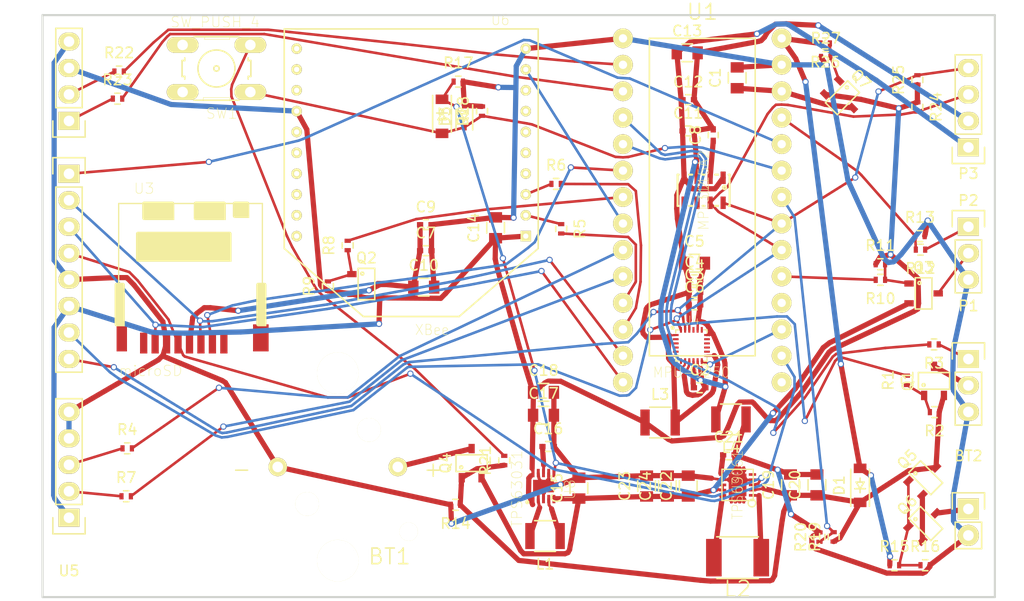
<source format=kicad_pcb>
(kicad_pcb (version 4) (host pcbnew 4.0.2-stable)
  (layers (0 F.Cu signal) (31 B.Cu signal) (34 B.Paste user) (35 F.Paste user) (36 B.SilkS user) (37 F.SilkS user) (38 B.Mask user) (39 F.Mask user) (44 Edge.Cuts user))
  (net 0 "")
  (net 1 "Net-(BT1-Pad1)")
  (net 2 GND)
  (net 3 "Net-(BT2-Pad1)")
  (net 4 VCC)
  (net 5 "Net-(C2-Pad1)")
  (net 6 GNDA)
  (net 7 VCCA)
  (net 8 "Net-(C8-Pad1)")
  (net 9 +5V)
  (net 10 "Net-(C16-Pad1)")
  (net 11 /power/VIN)
  (net 12 "Net-(C21-Pad1)")
  (net 13 /power/VUSB)
  (net 14 /power/REG_EN)
  (net 15 /power/BUTTON)
  (net 16 "Net-(L1-Pad1)")
  (net 17 "Net-(L1-Pad2)")
  (net 18 "Net-(L2-Pad1)")
  (net 19 "Net-(L2-Pad2)")
  (net 20 "Net-(P1-Pad1)")
  (net 21 /SDA)
  (net 22 /SCL)
  (net 23 "Net-(P3-Pad1)")
  (net 24 /XTRA_TX)
  (net 25 /XTRA_RX)
  (net 26 "Net-(Q1-Pad1)")
  (net 27 "Net-(Q2-Pad1)")
  (net 28 "Net-(Q3-Pad1)")
  (net 29 "Net-(Q5-Pad2)")
  (net 30 "Net-(Q5-Pad1)")
  (net 31 /nSERVO_EN)
  (net 32 /SERVO)
  (net 33 /GPS_TX)
  (net 34 "Net-(R4-Pad2)")
  (net 35 /XBEE_TX)
  (net 36 "Net-(R5-Pad2)")
  (net 37 /XBEE_RX)
  (net 38 "Net-(R6-Pad2)")
  (net 39 /GPS_RX)
  (net 40 "Net-(R7-Pad2)")
  (net 41 /nSD_EN)
  (net 42 /nPITOT_EN)
  (net 43 /PITOT_TUBE)
  (net 44 /power/BAT_SENSE)
  (net 45 "Net-(R21-Pad2)")
  (net 46 "Net-(R22-Pad2)")
  (net 47 "Net-(R23-Pad2)")
  (net 48 "Net-(SW1-Pad2)")
  (net 49 "Net-(SW1-Pad4)")
  (net 50 /SD_CS)
  (net 51 /XBEE_SLEEP)
  (net 52 /MOSI)
  (net 53 /MISO)
  (net 54 "Net-(U1-Pad13)")
  (net 55 /SCK)
  (net 56 /MPU_INT)
  (net 57 "Net-(U1-Pad16)")
  (net 58 /CAM_CS)
  (net 59 "Net-(U2-Pad6)")
  (net 60 "Net-(U2-Pad5)")
  (net 61 "Net-(U4-Pad7)")
  (net 62 "Net-(U4-Pad19)")
  (net 63 "Net-(U4-Pad21)")
  (net 64 "Net-(U6-Pad4)")
  (net 65 "Net-(U6-Pad5)")
  (net 66 "Net-(U6-Pad6)")
  (net 67 "Net-(U6-Pad7)")
  (net 68 "Net-(U6-Pad8)")
  (net 69 "Net-(U6-Pad20)")
  (net 70 "Net-(U6-Pad19)")
  (net 71 "Net-(U6-Pad18)")
  (net 72 "Net-(U6-Pad17)")
  (net 73 "Net-(U6-Pad16)")
  (net 74 "Net-(U6-Pad15)")
  (net 75 "Net-(U6-Pad13)")
  (net 76 "Net-(U6-Pad12)")
  (net 77 "Net-(U6-Pad11)")
  (net 78 "Net-(U9-Pad5)")
  (net 79 "Net-(Q7-Pad1)")
  (net 80 /TEENSY_POWER)
  (net 81 /SD_POWER)
  (net 82 /SERVO_POWER)
  (net 83 /PITOT_POWER)
  (module hlib:QFN-24_3x3MM (layer F.Cu) (at 148 84.6)
    (fp_text reference U4 (at 0 -2.408) (layer F.SilkS) (effects (font (size 0.8 0.8) (thickness 0.05))))
    (fp_text value MPU-9250 (at 0 2.59) (layer F.SilkS) (effects (font (size 1 0.9) (thickness 0.05))))
    (pad 1 smd rect (at -1.5 -1) (size 0.55 0.2) (layers F.Cu F.Paste F.Mask) (net 7 VCCA))
    (pad 2 smd rect (at -1.5 -0.6) (size 0.55 0.2) (layers F.Cu F.Paste F.Mask))
    (pad 3 smd rect (at -1.5 -0.2) (size 0.55 0.2) (layers F.Cu F.Paste F.Mask))
    (pad 4 smd rect (at -1.5 0.2) (size 0.55 0.2) (layers F.Cu F.Paste F.Mask))
    (pad 5 smd rect (at -1.5 0.6) (size 0.55 0.2) (layers F.Cu F.Paste F.Mask))
    (pad 6 smd rect (at -1.5 1) (size 0.55 0.2) (layers F.Cu F.Paste F.Mask))
    (pad 7 smd rect (at -1 1.5 90) (size 0.55 0.2) (layers F.Cu F.Paste F.Mask) (net 61 "Net-(U4-Pad7)"))
    (pad 8 smd rect (at -0.6 1.5 90) (size 0.55 0.2) (layers F.Cu F.Paste F.Mask) (net 7 VCCA))
    (pad 9 smd rect (at -0.2 1.5 90) (size 0.55 0.2) (layers F.Cu F.Paste F.Mask) (net 6 GNDA))
    (pad 10 smd rect (at 0.2 1.5 90) (size 0.55 0.2) (layers F.Cu F.Paste F.Mask) (net 5 "Net-(C2-Pad1)"))
    (pad 11 smd rect (at 0.6 1.5 90) (size 0.55 0.2) (layers F.Cu F.Paste F.Mask) (net 6 GNDA))
    (pad 12 smd rect (at 1 1.5 90) (size 0.55 0.2) (layers F.Cu F.Paste F.Mask) (net 56 /MPU_INT))
    (pad 13 smd rect (at 1.5 1 180) (size 0.55 0.2) (layers F.Cu F.Paste F.Mask) (net 7 VCCA))
    (pad 14 smd rect (at 1.5 0.6 180) (size 0.55 0.2) (layers F.Cu F.Paste F.Mask))
    (pad 15 smd rect (at 1.5 0.2 180) (size 0.55 0.2) (layers F.Cu F.Paste F.Mask))
    (pad 16 smd rect (at 1.5 -0.2 180) (size 0.55 0.2) (layers F.Cu F.Paste F.Mask))
    (pad 17 smd rect (at 1.5 -0.6 180) (size 0.55 0.2) (layers F.Cu F.Paste F.Mask))
    (pad 18 smd rect (at 1.5 -1 180) (size 0.55 0.2) (layers F.Cu F.Paste F.Mask) (net 6 GNDA))
    (pad 19 smd rect (at 1 -1.5 270) (size 0.55 0.2) (layers F.Cu F.Paste F.Mask) (net 62 "Net-(U4-Pad19)"))
    (pad 20 smd rect (at 0.6 -1.5 270) (size 0.55 0.2) (layers F.Cu F.Paste F.Mask) (net 6 GNDA))
    (pad 21 smd rect (at 0.2 -1.5 270) (size 0.55 0.2) (layers F.Cu F.Paste F.Mask) (net 63 "Net-(U4-Pad21)"))
    (pad 22 smd rect (at -0.2 -1.5 270) (size 0.55 0.2) (layers F.Cu F.Paste F.Mask) (net 7 VCCA))
    (pad 23 smd rect (at -0.6 -1.5 270) (size 0.55 0.2) (layers F.Cu F.Paste F.Mask) (net 22 /SCL))
    (pad 24 smd rect (at -1 -1.5 270) (size 0.55 0.2) (layers F.Cu F.Paste F.Mask) (net 21 /SDA))
  )
  (module hlib:BH13N-C (layer F.Cu) (at 119.814 96.2622 180)
    (fp_text reference BT1 (at 0.8 -8.6 180) (layer F.SilkS) (effects (font (size 1.5 1.5))))
    (fp_text value "BACK BATTERY")
    (fp_text user - (at 15 -0.2 180) (layer F.SilkS) (effects (font (size 1.5 1.5))))
    (fp_text user + (at -3.4 -0.2 180) (layer F.SilkS) (effects (font (size 1.5 1.5))))
    (pad 1 thru_hole circle (at 0 0 180) (size 1.782 1.782) (drill 1.02) (layers *.Cu *.Mask F.SilkS) (net 1 "Net-(BT1-Pad1)"))
    (pad "" np_thru_hole circle (at 8.71 -3.555 180) (size 2.29 2.29) (drill 2.29) (layers *.Cu *.Mask F.SilkS))
    (pad "" np_thru_hole circle (at -1.04 -6.22 180) (size 1.78 1.78) (drill 1.78) (layers *.Cu *.Mask F.SilkS))
    (pad 2 thru_hole circle (at 11.53 0 180) (size 1.782 1.782) (drill 1.02) (layers *.Cu *.Mask F.SilkS) (net 2 GND))
    (pad "" np_thru_hole circle (at 2.77 3.555 180) (size 2.29 2.29) (drill 2.29) (layers *.Cu *.Mask F.SilkS))
    (pad "" np_thru_hole circle (at 5.765 -9 180) (size 4 4) (drill 4) (layers *.Cu *.Mask F.SilkS))
    (pad "" np_thru_hole circle (at 5.765 9 180) (size 4 4) (drill 4) (layers *.Cu *.Mask F.SilkS))
  )
  (module Pin_Headers:Pin_Header_Straight_1x02 (layer F.Cu) (at 174.6 100.3)
    (fp_text reference BT2 (at 0 -5.1) (layer F.SilkS))
    (fp_text value "MAIN BATTERY")
    (pad 1 thru_hole rect (at 0 0) (size 2.032 2.032) (drill 1.016) (layers *.Cu *.Mask F.SilkS) (net 3 "Net-(BT2-Pad1)"))
    (pad 2 thru_hole oval (at 0 2.54) (size 2.032 2.032) (drill 1.016) (layers *.Cu *.Mask F.SilkS) (net 2 GND))
  )
  (module Capacitors_SMD:C_0805 (layer F.Cu) (at 152.4 58.9 90)
    (fp_text reference C1 (at 0 -2.1 90) (layer F.SilkS))
    (fp_text value 10uF)
    (pad 1 smd rect (at -1 0 90) (size 1 1.25) (layers F.Cu F.Paste F.Mask) (net 80 /TEENSY_POWER))
    (pad 2 smd rect (at 1 0 90) (size 1 1.25) (layers F.Cu F.Paste F.Mask) (net 2 GND))
  )
  (module Capacitors_SMD:C_0402 (layer F.Cu) (at 148.794 88.658)
    (fp_text reference C2 (at 0 -1.7) (layer F.SilkS))
    (fp_text value 0.1uF)
    (pad 1 smd rect (at -0.55 0) (size 0.6 0.5) (layers F.Cu F.Paste F.Mask) (net 5 "Net-(C2-Pad1)"))
    (pad 2 smd rect (at 0.55 0) (size 0.6 0.5) (layers F.Cu F.Paste F.Mask) (net 6 GNDA))
  )
  (module Capacitors_SMD:C_0402 (layer F.Cu) (at 148.3 79.5)
    (fp_text reference C3 (at 0 -1.7) (layer F.SilkS))
    (fp_text value 100nF)
    (pad 1 smd rect (at -0.55 0) (size 0.6 0.5) (layers F.Cu F.Paste F.Mask) (net 7 VCCA))
    (pad 2 smd rect (at 0.55 0) (size 0.6 0.5) (layers F.Cu F.Paste F.Mask) (net 6 GNDA))
  )
  (module Capacitors_SMD:C_0402 (layer F.Cu) (at 148.3 78.3)
    (fp_text reference C4 (at 0 -1.7) (layer F.SilkS))
    (fp_text value 1uF)
    (pad 1 smd rect (at -0.55 0) (size 0.6 0.5) (layers F.Cu F.Paste F.Mask) (net 7 VCCA))
    (pad 2 smd rect (at 0.55 0) (size 0.6 0.5) (layers F.Cu F.Paste F.Mask) (net 6 GNDA))
  )
  (module Capacitors_SMD:C_0805 (layer F.Cu) (at 148.3 76.7)
    (fp_text reference C5 (at 0 -2.1) (layer F.SilkS))
    (fp_text value 10uF)
    (pad 1 smd rect (at -1 0) (size 1 1.25) (layers F.Cu F.Paste F.Mask) (net 7 VCCA))
    (pad 2 smd rect (at 1 0) (size 1 1.25) (layers F.Cu F.Paste F.Mask) (net 6 GNDA))
  )
  (module Capacitors_SMD:C_0402 (layer F.Cu) (at 148.3 80.7)
    (fp_text reference C6 (at 0 -1.7) (layer F.SilkS))
    (fp_text value 10nF)
    (pad 1 smd rect (at -0.55 0) (size 0.6 0.5) (layers F.Cu F.Paste F.Mask) (net 7 VCCA))
    (pad 2 smd rect (at 0.55 0) (size 0.6 0.5) (layers F.Cu F.Paste F.Mask) (net 6 GNDA))
  )
  (module Capacitors_SMD:C_0402 (layer F.Cu) (at 122.5 75.5)
    (fp_text reference C7 (at 0 -1.7) (layer F.SilkS))
    (fp_text value 100nF)
    (pad 1 smd rect (at -0.55 0) (size 0.6 0.5) (layers F.Cu F.Paste F.Mask) (net 81 /SD_POWER))
    (pad 2 smd rect (at 0.55 0) (size 0.6 0.5) (layers F.Cu F.Paste F.Mask) (net 2 GND))
  )
  (module Capacitors_SMD:C_0402 (layer F.Cu) (at 150.1 64.4 90)
    (fp_text reference C8 (at 0 -1.7 90) (layer F.SilkS))
    (fp_text value 100nF)
    (pad 1 smd rect (at -0.55 0 90) (size 0.6 0.5) (layers F.Cu F.Paste F.Mask) (net 8 "Net-(C8-Pad1)"))
    (pad 2 smd rect (at 0.55 0 90) (size 0.6 0.5) (layers F.Cu F.Paste F.Mask) (net 6 GNDA))
  )
  (module Capacitors_SMD:C_0402 (layer F.Cu) (at 122.5 73)
    (fp_text reference C9 (at 0 -1.7) (layer F.SilkS))
    (fp_text value 1uF)
    (pad 1 smd rect (at -0.55 0) (size 0.6 0.5) (layers F.Cu F.Paste F.Mask) (net 81 /SD_POWER))
    (pad 2 smd rect (at 0.55 0) (size 0.6 0.5) (layers F.Cu F.Paste F.Mask) (net 2 GND))
  )
  (module Capacitors_SMD:C_0805 (layer F.Cu) (at 122.3 79)
    (fp_text reference C10 (at 0 -2.1) (layer F.SilkS))
    (fp_text value 10uF)
    (pad 1 smd rect (at -1 0) (size 1 1.25) (layers F.Cu F.Paste F.Mask) (net 81 /SD_POWER))
    (pad 2 smd rect (at 1 0) (size 1 1.25) (layers F.Cu F.Paste F.Mask) (net 2 GND))
  )
  (module Capacitors_SMD:C_0402 (layer F.Cu) (at 147.7 64)
    (fp_text reference C11 (at 0 -1.7) (layer F.SilkS))
    (fp_text value 100nF)
    (pad 1 smd rect (at -0.55 0) (size 0.6 0.5) (layers F.Cu F.Paste F.Mask) (net 7 VCCA))
    (pad 2 smd rect (at 0.55 0) (size 0.6 0.5) (layers F.Cu F.Paste F.Mask) (net 6 GNDA))
  )
  (module Capacitors_SMD:C_0402 (layer F.Cu) (at 147.7 61)
    (fp_text reference C12 (at 0 -1.7) (layer F.SilkS))
    (fp_text value 1uF)
    (pad 1 smd rect (at -0.55 0) (size 0.6 0.5) (layers F.Cu F.Paste F.Mask) (net 7 VCCA))
    (pad 2 smd rect (at 0.55 0) (size 0.6 0.5) (layers F.Cu F.Paste F.Mask) (net 6 GNDA))
  )
  (module Capacitors_SMD:C_0805 (layer F.Cu) (at 147.6 56.5)
    (fp_text reference C13 (at 0 -2.1) (layer F.SilkS))
    (fp_text value 10uF)
    (pad 1 smd rect (at -1 0) (size 1 1.25) (layers F.Cu F.Paste F.Mask) (net 7 VCCA))
    (pad 2 smd rect (at 1 0) (size 1 1.25) (layers F.Cu F.Paste F.Mask) (net 6 GNDA))
  )
  (module Capacitors_SMD:C_0805 (layer F.Cu) (at 129.2 73.3 90)
    (fp_text reference C14 (at 0 -2.1 90) (layer F.SilkS))
    (fp_text value 10uF)
    (pad 1 smd rect (at -1 0 90) (size 1 1.25) (layers F.Cu F.Paste F.Mask) (net 4 VCC))
    (pad 2 smd rect (at 1 0 90) (size 1 1.25) (layers F.Cu F.Paste F.Mask) (net 2 GND))
  )
  (module Capacitors_SMD:C_0805 (layer F.Cu) (at 137.2 98.3 90)
    (fp_text reference C15 (at 0 -2.1 90) (layer F.SilkS))
    (fp_text value 10uF)
    (pad 1 smd rect (at -1 0 90) (size 1 1.25) (layers F.Cu F.Paste F.Mask) (net 9 +5V))
    (pad 2 smd rect (at 1 0 90) (size 1 1.25) (layers F.Cu F.Paste F.Mask) (net 2 GND))
  )
  (module Capacitors_SMD:C_0402 (layer F.Cu) (at 134.25 94.3)
    (fp_text reference C16 (at 0 -1.7) (layer F.SilkS))
    (fp_text value 0.1uF)
    (pad 1 smd rect (at -0.55 0) (size 0.6 0.5) (layers F.Cu F.Paste F.Mask) (net 10 "Net-(C16-Pad1)"))
    (pad 2 smd rect (at 0.55 0) (size 0.6 0.5) (layers F.Cu F.Paste F.Mask) (net 2 GND))
  )
  (module Capacitors_SMD:C_0805 (layer F.Cu) (at 133.8 91.3)
    (fp_text reference C17 (at 0 -2.1) (layer F.SilkS))
    (fp_text value 10uF)
    (pad 1 smd rect (at -1 0) (size 1 1.25) (layers F.Cu F.Paste F.Mask) (net 4 VCC))
    (pad 2 smd rect (at 1 0) (size 1 1.25) (layers F.Cu F.Paste F.Mask) (net 2 GND))
  )
  (module Capacitors_SMD:C_0805 (layer F.Cu) (at 133.8 89.1)
    (fp_text reference C18 (at 0 -2.1) (layer F.SilkS))
    (fp_text value 10uF)
    (pad 1 smd rect (at -1 0) (size 1 1.25) (layers F.Cu F.Paste F.Mask) (net 4 VCC))
    (pad 2 smd rect (at 1 0) (size 1 1.25) (layers F.Cu F.Paste F.Mask) (net 2 GND))
  )
  (module Capacitors_SMD:C_0805 (layer F.Cu) (at 157.515 97.99 90)
    (fp_text reference C19 (at 0 -2.1 90) (layer F.SilkS))
    (fp_text value 10uF)
    (pad 1 smd rect (at -1 0 90) (size 1 1.25) (layers F.Cu F.Paste F.Mask) (net 11 /power/VIN))
    (pad 2 smd rect (at 1 0 90) (size 1 1.25) (layers F.Cu F.Paste F.Mask) (net 2 GND))
  )
  (module Capacitors_SMD:C_0805 (layer F.Cu) (at 160.055 97.99 90)
    (fp_text reference C20 (at 0 -2.1 90) (layer F.SilkS))
    (fp_text value 10uF)
    (pad 1 smd rect (at -1 0 90) (size 1 1.25) (layers F.Cu F.Paste F.Mask) (net 11 /power/VIN))
    (pad 2 smd rect (at 1 0 90) (size 1 1.25) (layers F.Cu F.Paste F.Mask) (net 2 GND))
  )
  (module Capacitors_SMD:C_0402 (layer F.Cu) (at 151.6 95.1)
    (fp_text reference C21 (at 0 -1.7) (layer F.SilkS))
    (fp_text value 0.1uF)
    (pad 1 smd rect (at -0.55 0) (size 0.6 0.5) (layers F.Cu F.Paste F.Mask) (net 12 "Net-(C21-Pad1)"))
    (pad 2 smd rect (at 0.55 0) (size 0.6 0.5) (layers F.Cu F.Paste F.Mask) (net 2 GND))
  )
  (module Capacitors_SMD:C_0805 (layer F.Cu) (at 147.7 98.1 90)
    (fp_text reference C22 (at 0 -2.1 90) (layer F.SilkS))
    (fp_text value 22uF)
    (pad 1 smd rect (at -1 0 90) (size 1 1.25) (layers F.Cu F.Paste F.Mask) (net 9 +5V))
    (pad 2 smd rect (at 1 0 90) (size 1 1.25) (layers F.Cu F.Paste F.Mask) (net 2 GND))
  )
  (module Capacitors_SMD:C_0805 (layer F.Cu) (at 143.7 98.1 90)
    (fp_text reference C23 (at 0 -2.1 90) (layer F.SilkS))
    (fp_text value 22uF)
    (pad 1 smd rect (at -1 0 90) (size 1 1.25) (layers F.Cu F.Paste F.Mask) (net 9 +5V))
    (pad 2 smd rect (at 1 0 90) (size 1 1.25) (layers F.Cu F.Paste F.Mask) (net 2 GND))
  )
  (module Capacitors_SMD:C_0805 (layer F.Cu) (at 145.7 98.1 90)
    (fp_text reference C24 (at 0 -2.1 90) (layer F.SilkS))
    (fp_text value 22uF)
    (pad 1 smd rect (at -1 0 90) (size 1 1.25) (layers F.Cu F.Paste F.Mask) (net 9 +5V))
    (pad 2 smd rect (at 1 0 90) (size 1 1.25) (layers F.Cu F.Paste F.Mask) (net 2 GND))
  )
  (module Diodes_SMD:SOD-123 (layer F.Cu) (at 164.2 98.035 90)
    (fp_text reference D1 (at 0 -2 90) (layer F.SilkS))
    (fp_text value D_Schottky)
    (pad 1 smd rect (at -1.635 0 90) (size 0.91 1.22) (layers F.Cu F.Paste F.Mask) (net 11 /power/VIN))
    (pad 2 smd rect (at 1.635 0 90) (size 0.91 1.22) (layers F.Cu F.Paste F.Mask) (net 13 /power/VUSB))
  )
  (module Diodes_SMD:SOD-123 (layer F.Cu) (at 124.056 62.6007 270)
    (fp_text reference D2 (at 0 -2 270) (layer F.SilkS))
    (fp_text value D_Schottky)
    (pad 1 smd rect (at -1.635 0 270) (size 0.91 1.22) (layers F.Cu F.Paste F.Mask) (net 14 /power/REG_EN))
    (pad 2 smd rect (at 1.635 0 270) (size 0.91 1.22) (layers F.Cu F.Paste F.Mask) (net 15 /power/BUTTON))
  )
  (module Diodes_SMD:SOD-323 (layer F.Cu) (at 126.2 62.6 90)
    (fp_text reference D3 (at 0 -1.85 90) (layer F.SilkS))
    (fp_text value DZ2J030M0L)
    (pad 1 smd rect (at -1.055 0 90) (size 0.59 0.45) (layers F.Cu F.Paste F.Mask) (net 15 /power/BUTTON))
    (pad 2 smd rect (at 1.055 0 90) (size 0.59 0.45) (layers F.Cu F.Paste F.Mask) (net 2 GND))
  )
  (module Resistors_SMD:R_1210 (layer F.Cu) (at 133.95 102.9 180)
    (fp_text reference L1 (at 0 -2.7 180) (layer F.SilkS))
    (fp_text value 2.2uH)
    (pad 1 smd rect (at -1.45 0 180) (size 0.9 2.5) (layers F.Cu F.Paste F.Mask) (net 16 "Net-(L1-Pad1)"))
    (pad 2 smd rect (at 1.45 0 180) (size 0.9 2.5) (layers F.Cu F.Paste F.Mask) (net 17 "Net-(L1-Pad2)"))
  )
  (module hlib:SRN4026-1R0Y (layer F.Cu) (at 152.435 104.975 180)
    (fp_text reference L2 (at 0 -3 180) (layer F.SilkS) (effects (font (size 1.5 1.5))))
    (fp_text value 1uH)
    (pad 1 smd rect (at -2.275 0 180) (size 1.5 3.6) (layers F.Cu F.Paste F.Mask) (net 18 "Net-(L2-Pad1)"))
    (pad 2 smd rect (at 2.275 0 180) (size 1.5 3.6) (layers F.Cu F.Paste F.Mask) (net 19 "Net-(L2-Pad2)"))
  )
  (module Resistors_SMD:R_1210 (layer F.Cu) (at 145 92)
    (fp_text reference L3 (at 0 -2.7) (layer F.SilkS))
    (fp_text value INDUCTOR)
    (pad 1 smd rect (at -1.45 0) (size 0.9 2.5) (layers F.Cu F.Paste F.Mask) (net 4 VCC))
    (pad 2 smd rect (at 1.45 0) (size 0.9 2.5) (layers F.Cu F.Paste F.Mask) (net 7 VCCA))
  )
  (module Resistors_SMD:R_1210 (layer F.Cu) (at 151.8 91.7 180)
    (fp_text reference L4 (at 0 -2.7 180) (layer F.SilkS))
    (fp_text value INDUCTOR)
    (pad 1 smd rect (at -1.45 0 180) (size 0.9 2.5) (layers F.Cu F.Paste F.Mask) (net 2 GND))
    (pad 2 smd rect (at 1.45 0 180) (size 0.9 2.5) (layers F.Cu F.Paste F.Mask) (net 6 GNDA))
  )
  (module Pin_Headers:Pin_Header_Straight_1x03 (layer F.Cu) (at 174.6 85.9)
    (fp_text reference P1 (at 0 -5.1) (layer F.SilkS))
    (fp_text value SERVO)
    (pad 1 thru_hole rect (at 0 0) (size 2.032 1.7272) (drill 1.016) (layers *.Cu *.Mask F.SilkS) (net 20 "Net-(P1-Pad1)"))
    (pad 2 thru_hole oval (at 0 2.54) (size 2.032 1.7272) (drill 1.016) (layers *.Cu *.Mask F.SilkS) (net 82 /SERVO_POWER))
    (pad 3 thru_hole oval (at 0 5.08) (size 2.032 1.7272) (drill 1.016) (layers *.Cu *.Mask F.SilkS) (net 2 GND))
  )
  (module Pin_Headers:Pin_Header_Straight_1x04 (layer F.Cu) (at 174.6 65.58 180)
    (fp_text reference P2 (at 0 -5.1 180) (layer F.SilkS))
    (fp_text value I2C)
    (pad 1 thru_hole rect (at 0 0 180) (size 2.032 1.7272) (drill 1.016) (layers *.Cu *.Mask F.SilkS) (net 7 VCCA))
    (pad 2 thru_hole oval (at 0 2.54 180) (size 2.032 1.7272) (drill 1.016) (layers *.Cu *.Mask F.SilkS) (net 6 GNDA))
    (pad 3 thru_hole oval (at 0 5.08 180) (size 2.032 1.7272) (drill 1.016) (layers *.Cu *.Mask F.SilkS) (net 21 /SDA))
    (pad 4 thru_hole oval (at 0 7.62 180) (size 2.032 1.7272) (drill 1.016) (layers *.Cu *.Mask F.SilkS) (net 22 /SCL))
  )
  (module Pin_Headers:Pin_Header_Straight_1x03 (layer F.Cu) (at 174.6 73.2)
    (fp_text reference P3 (at 0 -5.1) (layer F.SilkS))
    (fp_text value PITOT)
    (pad 1 thru_hole rect (at 0 0) (size 2.032 1.7272) (drill 1.016) (layers *.Cu *.Mask F.SilkS) (net 23 "Net-(P3-Pad1)"))
    (pad 2 thru_hole oval (at 0 2.54) (size 2.032 1.7272) (drill 1.016) (layers *.Cu *.Mask F.SilkS) (net 83 /PITOT_POWER))
    (pad 3 thru_hole oval (at 0 5.08) (size 2.032 1.7272) (drill 1.016) (layers *.Cu *.Mask F.SilkS) (net 2 GND))
  )
  (module Pin_Headers:Pin_Header_Straight_1x04 (layer F.Cu) (at 88.24 63.04 180)
    (fp_text reference P4 (at 0 -5.1 180) (layer F.SilkS))
    (fp_text value SERIAL)
    (pad 1 thru_hole rect (at 0 0 180) (size 2.032 1.7272) (drill 1.016) (layers *.Cu *.Mask F.SilkS) (net 24 /XTRA_TX))
    (pad 2 thru_hole oval (at 0 2.54 180) (size 2.032 1.7272) (drill 1.016) (layers *.Cu *.Mask F.SilkS) (net 25 /XTRA_RX))
    (pad 3 thru_hole oval (at 0 5.08 180) (size 2.032 1.7272) (drill 1.016) (layers *.Cu *.Mask F.SilkS) (net 4 VCC))
    (pad 4 thru_hole oval (at 0 7.62 180) (size 2.032 1.7272) (drill 1.016) (layers *.Cu *.Mask F.SilkS) (net 2 GND))
  )
  (module SMD:SOT-23-3 (layer F.Cu) (at 171.3 88 180)
    (fp_text reference Q1 (at 2.5 0 270) (layer F.SilkS))
    (fp_text value MOS_P hide)
    (pad 3 smd rect (at 0 1.4 180) (size 0.6 0.9) (layers F.Cu F.Paste F.Mask) (net 82 /SERVO_POWER))
    (pad 2 smd rect (at -0.95 -1.4 180) (size 0.6 0.9) (layers F.Cu F.Paste F.Mask) (net 11 /power/VIN))
    (pad 1 smd rect (at 0.95 -1.4 180) (size 0.6 0.9) (layers F.Cu F.Paste F.Mask) (net 26 "Net-(Q1-Pad1)"))
  )
  (module SMD:SOT-23-3 (layer F.Cu) (at 116.8 78.7 90)
    (fp_text reference Q2 (at 2.5 0 180) (layer F.SilkS))
    (fp_text value MOS_P hide)
    (pad 3 smd rect (at 0 1.4 90) (size 0.6 0.9) (layers F.Cu F.Paste F.Mask) (net 81 /SD_POWER))
    (pad 2 smd rect (at -0.95 -1.4 90) (size 0.6 0.9) (layers F.Cu F.Paste F.Mask) (net 4 VCC))
    (pad 1 smd rect (at 0.95 -1.4 90) (size 0.6 0.9) (layers F.Cu F.Paste F.Mask) (net 27 "Net-(Q2-Pad1)"))
  )
  (module SMD:SOT-23-3 (layer F.Cu) (at 170.3 79.6 90)
    (fp_text reference Q3 (at 2.5 0 180) (layer F.SilkS))
    (fp_text value MOS_P hide)
    (pad 3 smd rect (at 0 1.4 90) (size 0.6 0.9) (layers F.Cu F.Paste F.Mask) (net 83 /PITOT_POWER))
    (pad 2 smd rect (at -0.95 -1.4 90) (size 0.6 0.9) (layers F.Cu F.Paste F.Mask) (net 9 +5V))
    (pad 1 smd rect (at 0.95 -1.4 90) (size 0.6 0.9) (layers F.Cu F.Paste F.Mask) (net 28 "Net-(Q3-Pad1)"))
  )
  (module SMD:SOT-23-3 (layer F.Cu) (at 126.9 95.9 180)
    (fp_text reference Q4 (at 2.5 0 270) (layer F.SilkS))
    (fp_text value MOS_P hide)
    (pad 3 smd rect (at 0 1.4 180) (size 0.6 0.9) (layers F.Cu F.Paste F.Mask) (net 1 "Net-(BT1-Pad1)"))
    (pad 2 smd rect (at -0.95 -1.4 180) (size 0.6 0.9) (layers F.Cu F.Paste F.Mask) (net 9 +5V))
    (pad 1 smd rect (at 0.95 -1.4 180) (size 0.6 0.9) (layers F.Cu F.Paste F.Mask) (net 11 /power/VIN))
  )
  (module SMD:SOT-23-3 (layer F.Cu) (at 170.5 97.3 135)
    (fp_text reference Q5 (at 2.5 0 225) (layer F.SilkS))
    (fp_text value MOS_P hide)
    (pad 3 smd rect (at 0 1.4 135) (size 0.6 0.9) (layers F.Cu F.Paste F.Mask) (net 11 /power/VIN))
    (pad 2 smd rect (at -0.95 -1.4 135) (size 0.6 0.9) (layers F.Cu F.Paste F.Mask) (net 29 "Net-(Q5-Pad2)"))
    (pad 1 smd rect (at 0.95 -1.4 135) (size 0.6 0.9) (layers F.Cu F.Paste F.Mask) (net 30 "Net-(Q5-Pad1)"))
  )
  (module SMD:SOT-23-3 (layer F.Cu) (at 170.5 101.7 135)
    (fp_text reference Q6 (at 2.5 0 225) (layer F.SilkS))
    (fp_text value MOS_P hide)
    (pad 3 smd rect (at 0 1.4 135) (size 0.6 0.9) (layers F.Cu F.Paste F.Mask) (net 3 "Net-(BT2-Pad1)"))
    (pad 2 smd rect (at -0.95 -1.4 135) (size 0.6 0.9) (layers F.Cu F.Paste F.Mask) (net 29 "Net-(Q5-Pad2)"))
    (pad 1 smd rect (at 0.95 -1.4 135) (size 0.6 0.9) (layers F.Cu F.Paste F.Mask) (net 30 "Net-(Q5-Pad1)"))
  )
  (module Resistors_SMD:R_0402 (layer F.Cu) (at 168.7 87.95 90)
    (fp_text reference R1 (at 0 -1.8 90) (layer F.SilkS))
    (fp_text value 100)
    (pad 1 smd rect (at -0.45 0 90) (size 0.4 0.6) (layers F.Cu F.Paste F.Mask) (net 26 "Net-(Q1-Pad1)"))
    (pad 2 smd rect (at 0.45 0 90) (size 0.4 0.6) (layers F.Cu F.Paste F.Mask) (net 31 /nSERVO_EN))
  )
  (module Resistors_SMD:R_0402 (layer F.Cu) (at 171.35 91 180)
    (fp_text reference R2 (at 0 -1.8 180) (layer F.SilkS))
    (fp_text value 1M)
    (pad 1 smd rect (at -0.45 0 180) (size 0.4 0.6) (layers F.Cu F.Paste F.Mask) (net 11 /power/VIN))
    (pad 2 smd rect (at 0.45 0 180) (size 0.4 0.6) (layers F.Cu F.Paste F.Mask) (net 26 "Net-(Q1-Pad1)"))
  )
  (module Resistors_SMD:R_0402 (layer F.Cu) (at 171.3 84.5 180)
    (fp_text reference R3 (at 0 -1.8 180) (layer F.SilkS))
    (fp_text value 1K)
    (pad 1 smd rect (at -0.45 0 180) (size 0.4 0.6) (layers F.Cu F.Paste F.Mask) (net 20 "Net-(P1-Pad1)"))
    (pad 2 smd rect (at 0.45 0 180) (size 0.4 0.6) (layers F.Cu F.Paste F.Mask) (net 32 /SERVO))
  )
  (module Resistors_SMD:R_0402 (layer F.Cu) (at 93.83 94.48)
    (fp_text reference R4 (at 0 -1.8) (layer F.SilkS))
    (fp_text value 1K)
    (pad 1 smd rect (at -0.45 0) (size 0.4 0.6) (layers F.Cu F.Paste F.Mask) (net 33 /GPS_TX))
    (pad 2 smd rect (at 0.45 0) (size 0.4 0.6) (layers F.Cu F.Paste F.Mask) (net 34 "Net-(R4-Pad2)"))
  )
  (module Resistors_SMD:R_0402 (layer F.Cu) (at 135.5 73.4 270)
    (fp_text reference R5 (at 0 -1.8 270) (layer F.SilkS))
    (fp_text value 1K)
    (pad 1 smd rect (at -0.45 0 270) (size 0.4 0.6) (layers F.Cu F.Paste F.Mask) (net 35 /XBEE_TX))
    (pad 2 smd rect (at 0.45 0 270) (size 0.4 0.6) (layers F.Cu F.Paste F.Mask) (net 36 "Net-(R5-Pad2)"))
  )
  (module Resistors_SMD:R_0402 (layer F.Cu) (at 135.012 69.0899)
    (fp_text reference R6 (at 0 -1.8) (layer F.SilkS))
    (fp_text value 1K)
    (pad 1 smd rect (at -0.45 0) (size 0.4 0.6) (layers F.Cu F.Paste F.Mask) (net 37 /XBEE_RX))
    (pad 2 smd rect (at 0.45 0) (size 0.4 0.6) (layers F.Cu F.Paste F.Mask) (net 38 "Net-(R6-Pad2)"))
  )
  (module Resistors_SMD:R_0402 (layer F.Cu) (at 93.73 99.08)
    (fp_text reference R7 (at 0 -1.8) (layer F.SilkS))
    (fp_text value 1K)
    (pad 1 smd rect (at -0.45 0) (size 0.4 0.6) (layers F.Cu F.Paste F.Mask) (net 39 /GPS_RX))
    (pad 2 smd rect (at 0.45 0) (size 0.4 0.6) (layers F.Cu F.Paste F.Mask) (net 40 "Net-(R7-Pad2)"))
  )
  (module Resistors_SMD:R_0402 (layer F.Cu) (at 115 75 90)
    (fp_text reference R8 (at 0 -1.8 90) (layer F.SilkS))
    (fp_text value 100)
    (pad 1 smd rect (at -0.45 0 90) (size 0.4 0.6) (layers F.Cu F.Paste F.Mask) (net 27 "Net-(Q2-Pad1)"))
    (pad 2 smd rect (at 0.45 0 90) (size 0.4 0.6) (layers F.Cu F.Paste F.Mask) (net 41 /nSD_EN))
  )
  (module Resistors_SMD:R_0402 (layer F.Cu) (at 113.1 78.9 90)
    (fp_text reference R9 (at 0 -1.8 90) (layer F.SilkS))
    (fp_text value 1M)
    (pad 1 smd rect (at -0.45 0 90) (size 0.4 0.6) (layers F.Cu F.Paste F.Mask) (net 4 VCC))
    (pad 2 smd rect (at 0.45 0 90) (size 0.4 0.6) (layers F.Cu F.Paste F.Mask) (net 27 "Net-(Q2-Pad1)"))
  )
  (module Resistors_SMD:R_0402 (layer F.Cu) (at 166.15 78.3 180)
    (fp_text reference R10 (at 0 -1.8 180) (layer F.SilkS))
    (fp_text value 100)
    (pad 1 smd rect (at -0.45 0 180) (size 0.4 0.6) (layers F.Cu F.Paste F.Mask) (net 28 "Net-(Q3-Pad1)"))
    (pad 2 smd rect (at 0.45 0 180) (size 0.4 0.6) (layers F.Cu F.Paste F.Mask) (net 42 /nPITOT_EN))
  )
  (module Resistors_SMD:R_0402 (layer F.Cu) (at 166.15 76.8)
    (fp_text reference R11 (at 0 -1.8) (layer F.SilkS))
    (fp_text value 1M)
    (pad 1 smd rect (at -0.45 0) (size 0.4 0.6) (layers F.Cu F.Paste F.Mask) (net 4 VCC))
    (pad 2 smd rect (at 0.45 0) (size 0.4 0.6) (layers F.Cu F.Paste F.Mask) (net 28 "Net-(Q3-Pad1)"))
  )
  (module Resistors_SMD:R_0402 (layer F.Cu) (at 170 75.4 180)
    (fp_text reference R12 (at 0 -1.8 180) (layer F.SilkS))
    (fp_text value 10k)
    (pad 1 smd rect (at -0.45 0 180) (size 0.4 0.6) (layers F.Cu F.Paste F.Mask) (net 23 "Net-(P3-Pad1)"))
    (pad 2 smd rect (at 0.45 0 180) (size 0.4 0.6) (layers F.Cu F.Paste F.Mask) (net 43 /PITOT_TUBE))
  )
  (module Resistors_SMD:R_0402 (layer F.Cu) (at 169.95 74.1)
    (fp_text reference R13 (at 0 -1.8) (layer F.SilkS))
    (fp_text value 10k)
    (pad 1 smd rect (at -0.45 0) (size 0.4 0.6) (layers F.Cu F.Paste F.Mask) (net 43 /PITOT_TUBE))
    (pad 2 smd rect (at 0.45 0) (size 0.4 0.6) (layers F.Cu F.Paste F.Mask) (net 2 GND))
  )
  (module Resistors_SMD:R_0402 (layer F.Cu) (at 125.35 99.9 180)
    (fp_text reference R14 (at 0 -1.8 180) (layer F.SilkS))
    (fp_text value 1M)
    (pad 1 smd rect (at -0.45 0 180) (size 0.4 0.6) (layers F.Cu F.Paste F.Mask) (net 11 /power/VIN))
    (pad 2 smd rect (at 0.45 0 180) (size 0.4 0.6) (layers F.Cu F.Paste F.Mask) (net 2 GND))
  )
  (module Resistors_SMD:R_0402 (layer F.Cu) (at 167.5 105.7)
    (fp_text reference R15 (at 0 -1.8) (layer F.SilkS))
    (fp_text value 1K)
    (pad 1 smd rect (at -0.45 0) (size 0.4 0.6) (layers F.Cu F.Paste F.Mask) (net 13 /power/VUSB))
    (pad 2 smd rect (at 0.45 0) (size 0.4 0.6) (layers F.Cu F.Paste F.Mask) (net 30 "Net-(Q5-Pad1)"))
  )
  (module Resistors_SMD:R_0402 (layer F.Cu) (at 170.45 105.7)
    (fp_text reference R16 (at 0 -1.8) (layer F.SilkS))
    (fp_text value 1M)
    (pad 1 smd rect (at -0.45 0) (size 0.4 0.6) (layers F.Cu F.Paste F.Mask) (net 30 "Net-(Q5-Pad1)"))
    (pad 2 smd rect (at 0.45 0) (size 0.4 0.6) (layers F.Cu F.Paste F.Mask) (net 2 GND))
  )
  (module Resistors_SMD:R_0402 (layer F.Cu) (at 125.621 59.2658)
    (fp_text reference R17 (at 0 -1.8) (layer F.SilkS))
    (fp_text value 100K)
    (pad 1 smd rect (at -0.45 0) (size 0.4 0.6) (layers F.Cu F.Paste F.Mask) (net 14 /power/REG_EN))
    (pad 2 smd rect (at 0.45 0) (size 0.4 0.6) (layers F.Cu F.Paste F.Mask) (net 2 GND))
  )
  (module Resistors_SMD:R_0402 (layer F.Cu) (at 127.897 62.0995 90)
    (fp_text reference R18 (at 0 -1.8 90) (layer F.SilkS))
    (fp_text value 100K)
    (pad 1 smd rect (at -0.45 0 90) (size 0.4 0.6) (layers F.Cu F.Paste F.Mask) (net 15 /power/BUTTON))
    (pad 2 smd rect (at 0.45 0 90) (size 0.4 0.6) (layers F.Cu F.Paste F.Mask) (net 2 GND))
  )
  (module Resistors_SMD:R_0402 (layer F.Cu) (at 161.661 102.978 90)
    (fp_text reference R19 (at 0 -1.8 90) (layer F.SilkS))
    (fp_text value 1M)
    (pad 1 smd rect (at -0.45 0 90) (size 0.4 0.6) (layers F.Cu F.Paste F.Mask) (net 11 /power/VIN))
    (pad 2 smd rect (at 0.45 0 90) (size 0.4 0.6) (layers F.Cu F.Paste F.Mask) (net 44 /power/BAT_SENSE))
  )
  (module Resistors_SMD:R_0402 (layer F.Cu) (at 160.3 103 90)
    (fp_text reference R20 (at 0 -1.8 90) (layer F.SilkS))
    (fp_text value 1M)
    (pad 1 smd rect (at -0.45 0 90) (size 0.4 0.6) (layers F.Cu F.Paste F.Mask) (net 44 /power/BAT_SENSE))
    (pad 2 smd rect (at 0.45 0 90) (size 0.4 0.6) (layers F.Cu F.Paste F.Mask) (net 2 GND))
  )
  (module Resistors_SMD:R_0402 (layer F.Cu) (at 130.032 95.6489 90)
    (fp_text reference R21 (at 0 -1.8 90) (layer F.SilkS))
    (fp_text value 10K)
    (pad 1 smd rect (at -0.45 0 90) (size 0.4 0.6) (layers F.Cu F.Paste F.Mask) (net 11 /power/VIN))
    (pad 2 smd rect (at 0.45 0 90) (size 0.4 0.6) (layers F.Cu F.Paste F.Mask) (net 45 "Net-(R21-Pad2)"))
  )
  (module Resistors_SMD:R_0402 (layer F.Cu) (at 93.05 58.3)
    (fp_text reference R22 (at 0 -1.8) (layer F.SilkS))
    (fp_text value 1K)
    (pad 1 smd rect (at -0.45 0) (size 0.4 0.6) (layers F.Cu F.Paste F.Mask) (net 25 /XTRA_RX))
    (pad 2 smd rect (at 0.45 0) (size 0.4 0.6) (layers F.Cu F.Paste F.Mask) (net 46 "Net-(R22-Pad2)"))
  )
  (module Resistors_SMD:R_0402 (layer F.Cu) (at 92.9 60.9)
    (fp_text reference R23 (at 0 -1.8) (layer F.SilkS))
    (fp_text value 1K)
    (pad 1 smd rect (at -0.45 0) (size 0.4 0.6) (layers F.Cu F.Paste F.Mask) (net 24 /XTRA_TX))
    (pad 2 smd rect (at 0.45 0) (size 0.4 0.6) (layers F.Cu F.Paste F.Mask) (net 47 "Net-(R23-Pad2)"))
  )
  (module Resistors_SMD:R_0402 (layer F.Cu) (at 169.7 61.7 270)
    (fp_text reference R24 (at 0 -1.8 270) (layer F.SilkS))
    (fp_text value 10k)
    (pad 1 smd rect (at -0.45 0 270) (size 0.4 0.6) (layers F.Cu F.Paste F.Mask) (net 4 VCC))
    (pad 2 smd rect (at 0.45 0 270) (size 0.4 0.6) (layers F.Cu F.Paste F.Mask) (net 21 /SDA))
  )
  (module Resistors_SMD:R_0402 (layer F.Cu) (at 169.7 59.1 90)
    (fp_text reference R25 (at 0 -1.8 90) (layer F.SilkS))
    (fp_text value 10k)
    (pad 1 smd rect (at -0.45 0 90) (size 0.4 0.6) (layers F.Cu F.Paste F.Mask) (net 4 VCC))
    (pad 2 smd rect (at 0.45 0 90) (size 0.4 0.6) (layers F.Cu F.Paste F.Mask) (net 22 /SCL))
  )
  (module 1825910-4:DIP780W71L599H950Q4 (layer F.Cu) (at 102.4 57.9 180)
    (fp_text reference SW1 (at -0.508 -4.42468 180) (layer F.SilkS) (effects (font (thickness 0.05))))
    (fp_text value SW_PUSH_4 (at 0.127 4.33832 180) (layer F.SilkS) (effects (font (thickness 0.05))))
    (pad 1 thru_hole oval (at -3.2512 -2.36728 180) (size 3.048 1.524) (drill 1.016) (layers *.Cu *.Mask F.SilkS) (net 15 /power/BUTTON))
    (pad 3 thru_hole oval (at -3.2512 2.15392 180) (size 3.048 1.524) (drill 1.016) (layers *.Cu *.Mask F.SilkS) (net 45 "Net-(R21-Pad2)"))
    (pad 2 thru_hole oval (at 3.2512 -2.36728 180) (size 3.048 1.524) (drill 1.016) (layers *.Cu *.Mask F.SilkS) (net 48 "Net-(SW1-Pad2)"))
    (pad 4 thru_hole oval (at 3.2512 2.15392 180) (size 3.048 1.524) (drill 1.016) (layers *.Cu *.Mask F.SilkS) (net 49 "Net-(SW1-Pad4)"))
  )
  (module hlib:Teensy_3.1 (layer F.Cu) (at 141.43 57.65 270)
    (fp_text reference U1 (at -5.08 -7.62 360) (layer F.SilkS) (effects (font (size 1.5 1.5))))
    (fp_text value Teensy_LC)
    (pad 0 thru_hole circle (at 0 0 270) (size 1.9 1.9) (drill 0.8) (layers *.Cu *.Mask F.SilkS) (net 46 "Net-(R22-Pad2)"))
    (pad 1 thru_hole circle (at 2.54 0 270) (size 1.9 1.9) (drill 0.8) (layers *.Cu *.Mask F.SilkS) (net 47 "Net-(R23-Pad2)"))
    (pad 2 thru_hole circle (at 5.08 0 270) (size 1.9 1.9) (drill 0.8) (layers *.Cu *.Mask F.SilkS) (net 31 /nSERVO_EN))
    (pad 3 thru_hole circle (at 7.62 0 270) (size 1.9 1.9) (drill 0.8) (layers *.Cu *.Mask F.SilkS) (net 32 /SERVO))
    (pad 4 thru_hole circle (at 10.16 0 270) (size 1.9 1.9) (drill 0.8) (layers *.Cu *.Mask F.SilkS) (net 50 /SD_CS))
    (pad 5 thru_hole circle (at 12.7 0 270) (size 1.9 1.9) (drill 0.8) (layers *.Cu *.Mask F.SilkS) (net 41 /nSD_EN))
    (pad 6 thru_hole circle (at 15.24 0 270) (size 1.9 1.9) (drill 0.8) (layers *.Cu *.Mask F.SilkS) (net 51 /XBEE_SLEEP))
    (pad 7 thru_hole circle (at 17.78 0 270) (size 1.9 1.9) (drill 0.8) (layers *.Cu *.Mask F.SilkS) (net 34 "Net-(R4-Pad2)"))
    (pad 8 thru_hole circle (at 20.32 0 270) (size 1.9 1.9) (drill 0.8) (layers *.Cu *.Mask F.SilkS) (net 40 "Net-(R7-Pad2)"))
    (pad 9 thru_hole circle (at 22.86 0 270) (size 1.9 1.9) (drill 0.8) (layers *.Cu *.Mask F.SilkS) (net 36 "Net-(R5-Pad2)"))
    (pad 10 thru_hole circle (at 25.4 0 270) (size 1.9 1.9) (drill 0.8) (layers *.Cu *.Mask F.SilkS) (net 38 "Net-(R6-Pad2)"))
    (pad 11 thru_hole circle (at 27.94 0 270) (size 1.9 1.9) (drill 0.8) (layers *.Cu *.Mask F.SilkS) (net 52 /MOSI))
    (pad 12 thru_hole circle (at 30.48 0 270) (size 1.9 1.9) (drill 0.8) (layers *.Cu *.Mask F.SilkS) (net 53 /MISO))
    (pad 13 thru_hole circle (at 30.48 -15.24 270) (size 1.9 1.9) (drill 0.8) (layers *.Cu *.Mask F.SilkS) (net 54 "Net-(U1-Pad13)"))
    (pad 14 thru_hole circle (at 27.94 -15.24 270) (size 1.9 1.9) (drill 0.8) (layers *.Cu *.Mask F.SilkS) (net 55 /SCK))
    (pad 15 thru_hole circle (at 25.4 -15.24 270) (size 1.9 1.9) (drill 0.8) (layers *.Cu *.Mask F.SilkS) (net 56 /MPU_INT))
    (pad 16 thru_hole circle (at 22.86 -15.24 270) (size 1.9 1.9) (drill 0.8) (layers *.Cu *.Mask F.SilkS) (net 57 "Net-(U1-Pad16)"))
    (pad 17 thru_hole circle (at 20.32 -15.24 270) (size 1.9 1.9) (drill 0.8) (layers *.Cu *.Mask F.SilkS) (net 42 /nPITOT_EN))
    (pad 18 thru_hole circle (at 17.78 -15.24 270) (size 1.9 1.9) (drill 0.8) (layers *.Cu *.Mask F.SilkS) (net 21 /SDA))
    (pad 19 thru_hole circle (at 15.24 -15.24 270) (size 1.9 1.9) (drill 0.8) (layers *.Cu *.Mask F.SilkS) (net 22 /SCL))
    (pad 20 thru_hole circle (at 12.7 -15.24 270) (size 1.9 1.9) (drill 0.8) (layers *.Cu *.Mask F.SilkS) (net 44 /power/BAT_SENSE))
    (pad 21 thru_hole circle (at 10.16 -15.24 270) (size 1.9 1.9) (drill 0.8) (layers *.Cu *.Mask F.SilkS) (net 15 /power/BUTTON))
    (pad 22 thru_hole circle (at 7.62 -15.24 270) (size 1.9 1.9) (drill 0.8) (layers *.Cu *.Mask F.SilkS) (net 58 /CAM_CS))
    (pad 23 thru_hole circle (at 5.08 -15.24 270) (size 1.9 1.9) (drill 0.8) (layers *.Cu *.Mask F.SilkS) (net 43 /PITOT_TUBE))
    (pad 24 thru_hole circle (at 2.54 -15.24 270) (size 1.9 1.9) (drill 0.8) (layers *.Cu *.Mask F.SilkS) (net 80 /TEENSY_POWER))
    (pad 25 thru_hole circle (at 0 -15.24 270) (size 1.9 1.9) (drill 0.8) (layers *.Cu *.Mask F.SilkS) (net 2 GND))
    (pad 26 thru_hole circle (at -2.54 -15.24 270) (size 1.9 1.9) (drill 0.8) (layers *.Cu *.Mask F.SilkS) (net 13 /power/VUSB))
    (pad 27 thru_hole circle (at -2.54 0 270) (size 1.9 1.9) (drill 0.8) (layers *.Cu *.Mask F.SilkS) (net 2 GND))
  )
  (module MPL3115A2:LGA8 (layer F.Cu) (at 149.175 69.7 270)
    (fp_text reference U2 (at 0 0 270) (layer F.SilkS) (effects (font (size 1 0.9) (thickness 0.05))))
    (fp_text value MPL3115A2 (at 0 0 270) (layer F.SilkS) (effects (font (size 1 0.9) (thickness 0.05))))
    (pad 1 smd rect (at -1.2 -1.875 270) (size 1.2 0.5) (layers F.Cu F.Paste F.Mask) (net 7 VCCA))
    (pad 2 smd rect (at -1.2 -0.625 270) (size 1.2 0.5) (layers F.Cu F.Paste F.Mask) (net 8 "Net-(C8-Pad1)"))
    (pad 3 smd rect (at -1.2 0.625 270) (size 1.2 0.5) (layers F.Cu F.Paste F.Mask) (net 6 GNDA))
    (pad 4 smd rect (at -1.2 1.875 270) (size 1.2 0.5) (layers F.Cu F.Paste F.Mask) (net 7 VCCA))
    (pad 8 smd rect (at 1.2 -1.875 270) (size 1.2 0.5) (layers F.Cu F.Paste F.Mask) (net 22 /SCL))
    (pad 7 smd rect (at 1.2 -0.625 270) (size 1.2 0.5) (layers F.Cu F.Paste F.Mask) (net 21 /SDA))
    (pad 6 smd rect (at 1.2 0.625 270) (size 1.2 0.5) (layers F.Cu F.Paste F.Mask) (net 59 "Net-(U2-Pad6)"))
    (pad 5 smd rect (at 1.2 1.875 270) (size 1.2 0.5) (layers F.Cu F.Paste F.Mask) (net 60 "Net-(U2-Pad5)"))
  )
  (module hlib:HRS_DM3CS-SF (layer F.Cu) (at 99.91 78.17)
    (fp_text reference U3 (at -4.46 -8.635) (layer F.SilkS) (effects (font (thickness 0.05))))
    (fp_text value microSD (at -3.825 8.865) (layer F.SilkS) (effects (font (thickness 0.05))))
    (pad 8 smd rect (at -4.5 6.2) (size 0.7 2) (layers F.Cu F.Paste F.Mask))
    (pad 7 smd rect (at -3.4 6.2) (size 0.7 2) (layers F.Cu F.Paste F.Mask) (net 53 /MISO))
    (pad 6 smd rect (at -2.3 6.2) (size 0.7 2) (layers F.Cu F.Paste F.Mask) (net 2 GND))
    (pad 5 smd rect (at -1.2 6.2) (size 0.7 2) (layers F.Cu F.Paste F.Mask) (net 55 /SCK))
    (pad 4 smd rect (at -0.1 6.2) (size 0.7 2) (layers F.Cu F.Paste F.Mask) (net 81 /SD_POWER))
    (pad 3 smd rect (at 1 6.2) (size 0.7 2) (layers F.Cu F.Paste F.Mask) (net 52 /MOSI))
    (pad 2 smd rect (at 2.1 6.2) (size 0.7 2) (layers F.Cu F.Paste F.Mask) (net 50 /SD_CS))
    (pad 1 smd rect (at 3.2 6.2) (size 0.7 2) (layers F.Cu F.Paste F.Mask))
    (pad PAD. smd rect (at -6.6 5.7) (size 1 2.6) (layers F.Cu F.Paste F.Mask))
    (pad PAD smd rect (at 6.75 5.7) (size 1.5 2.6) (layers F.Cu F.Paste F.Mask))
    (pad "" smd rect (at -3.01 -6.5) (size 2.7 1.4) (layers F.Cu F.Paste F.Mask))
    (pad "" smd rect (at 1.94 -6.48) (size 2.7 1.4) (layers F.Cu F.Paste F.Mask))
    (pad "" smd rect (at 4.94 -6.57) (size 1.2 1.2) (layers F.Cu F.Paste F.Mask))
  )
  (module Pin_Headers:Pin_Header_Straight_1x05 (layer F.Cu) (at 88.24 101.14 180)
    (fp_text reference U5 (at 0 -5.1 180) (layer F.SilkS))
    (fp_text value LS20031)
    (pad 1 thru_hole rect (at 0 0 180) (size 2.032 1.7272) (drill 1.016) (layers *.Cu *.Mask F.SilkS) (net 4 VCC))
    (pad 2 thru_hole oval (at 0 2.54 180) (size 2.032 1.7272) (drill 1.016) (layers *.Cu *.Mask F.SilkS) (net 39 /GPS_RX))
    (pad 3 thru_hole oval (at 0 5.08 180) (size 2.032 1.7272) (drill 1.016) (layers *.Cu *.Mask F.SilkS) (net 33 /GPS_TX))
    (pad 4 thru_hole oval (at 0 7.62 180) (size 2.032 1.7272) (drill 1.016) (layers *.Cu *.Mask F.SilkS) (net 2 GND))
    (pad 5 thru_hole oval (at 0 10.16 180) (size 2.032 1.7272) (drill 1.016) (layers *.Cu *.Mask F.SilkS) (net 2 GND))
  )
  (module Pin_Headers:Pin_Header_Straight_1x08 (layer F.Cu) (at 88.24 68.12)
    (fp_text reference U7 (at 0 -5.1) (layer F.SilkS))
    (fp_text value ArduCAM-M-2MP)
    (pad 1 thru_hole rect (at 0 0) (size 2.032 1.7272) (drill 1.016) (layers *.Cu *.Mask F.SilkS) (net 58 /CAM_CS))
    (pad 2 thru_hole oval (at 0 2.54) (size 2.032 1.7272) (drill 1.016) (layers *.Cu *.Mask F.SilkS) (net 52 /MOSI))
    (pad 3 thru_hole oval (at 0 5.08) (size 2.032 1.7272) (drill 1.016) (layers *.Cu *.Mask F.SilkS) (net 53 /MISO))
    (pad 4 thru_hole oval (at 0 7.62) (size 2.032 1.7272) (drill 1.016) (layers *.Cu *.Mask F.SilkS) (net 55 /SCK))
    (pad 5 thru_hole oval (at 0 10.16) (size 2.032 1.7272) (drill 1.016) (layers *.Cu *.Mask F.SilkS) (net 2 GND))
    (pad 6 thru_hole oval (at 0 12.7) (size 2.032 1.7272) (drill 1.016) (layers *.Cu *.Mask F.SilkS) (net 4 VCC))
    (pad 7 thru_hole oval (at 0 15.24) (size 2.032 1.7272) (drill 1.016) (layers *.Cu *.Mask F.SilkS) (net 21 /SDA))
    (pad 8 thru_hole oval (at 0 17.78) (size 2.032 1.7272) (drill 1.016) (layers *.Cu *.Mask F.SilkS) (net 22 /SCL))
  )
  (module TPS63031:QFN10-2.5MM (layer F.Cu) (at 133.8 98.1 90)
    (fp_text reference U8 (at -0.3302 2.54 90) (layer F.SilkS) (effects (font (thickness 0.05))))
    (fp_text value TPS63031 (at -0.2794 -2.54 90) (layer F.SilkS) (effects (font (thickness 0.05))))
    (pad 1 smd rect (at -1.25 -1) (size 0.28 0.8) (layers F.Cu F.Paste F.Mask) (net 4 VCC))
    (pad 2 smd rect (at -1.25 -0.5) (size 0.28 0.8) (layers F.Cu F.Paste F.Mask) (net 17 "Net-(L1-Pad2)"))
    (pad 3 smd rect (at -1.25 0) (size 0.28 0.8) (layers F.Cu F.Paste F.Mask) (net 2 GND))
    (pad 4 smd rect (at -1.25 0.5) (size 0.28 0.8) (layers F.Cu F.Paste F.Mask) (net 16 "Net-(L1-Pad1)"))
    (pad 5 smd rect (at -1.25 1) (size 0.28 0.8) (layers F.Cu F.Paste F.Mask) (net 9 +5V))
    (pad 6 smd rect (at 1.25 1) (size 0.28 0.8) (layers F.Cu F.Paste F.Mask) (net 14 /power/REG_EN))
    (pad 7 smd rect (at 1.25 0.5) (size 0.28 0.8) (layers F.Cu F.Paste F.Mask) (net 2 GND))
    (pad 8 smd rect (at 1.25 0) (size 0.28 0.8) (layers F.Cu F.Paste F.Mask) (net 10 "Net-(C16-Pad1)"))
    (pad 9 smd rect (at 1.25 -0.5) (size 0.28 0.8) (layers F.Cu F.Paste F.Mask) (net 2 GND))
    (pad 10 smd rect (at 1.25 -1) (size 0.28 0.8) (layers F.Cu F.Paste F.Mask) (net 4 VCC))
    (pad 11 smd rect (at 0 0 90) (size 1.2 2) (layers F.Cu F.Paste F.Mask) (net 2 GND))
  )
  (module hlib:WSON-10 (layer F.Cu) (at 152.435 97.99 90)
    (fp_text reference U9 (at 0 0 90) (layer F.SilkS) (effects (font (size 1 0.9) (thickness 0.05))))
    (fp_text value TPS63061 (at 0 0 90) (layer F.SilkS) (effects (font (size 1 0.9) (thickness 0.05))))
    (pad 8 smd rect (at 0 -1.44 90) (size 0.25 0.7) (layers F.Cu F.Paste F.Mask) (net 9 +5V))
    (pad 7 smd rect (at 0.5 -1.44 90) (size 0.25 0.7) (layers F.Cu F.Paste F.Mask) (net 2 GND))
    (pad 6 smd rect (at 1 -1.44 90) (size 0.25 0.7) (layers F.Cu F.Paste F.Mask) (net 12 "Net-(C21-Pad1)"))
    (pad 9 smd rect (at -0.5 -1.44 90) (size 0.25 0.7) (layers F.Cu F.Paste F.Mask) (net 9 +5V))
    (pad 10 smd rect (at -1 -1.44 90) (size 0.25 0.7) (layers F.Cu F.Paste F.Mask) (net 19 "Net-(L2-Pad2)"))
    (pad 3 smd rect (at 0 1.44 90) (size 0.25 0.7) (layers F.Cu F.Paste F.Mask) (net 14 /power/REG_EN))
    (pad 2 smd rect (at -0.5 1.44 90) (size 0.25 0.7) (layers F.Cu F.Paste F.Mask) (net 11 /power/VIN))
    (pad 1 smd rect (at -1 1.44 90) (size 0.25 0.7) (layers F.Cu F.Paste F.Mask) (net 18 "Net-(L2-Pad1)"))
    (pad 4 smd rect (at 0.5 1.44 90) (size 0.25 0.7) (layers F.Cu F.Paste F.Mask) (net 2 GND))
    (pad 5 smd rect (at 1 1.43 90) (size 0.25 0.7) (layers F.Cu F.Paste F.Mask) (net 78 "Net-(U9-Pad5)"))
    (pad 11 smd rect (at 1.43 0.2 180) (size 0.25 0.7) (layers F.Cu F.Paste F.Mask) (net 2 GND))
    (pad 11 smd rect (at 1.43 -0.2 180) (size 0.25 0.7) (layers F.Cu F.Paste F.Mask) (net 2 GND))
    (pad 11 smd rect (at 1.43 -0.6 180) (size 0.25 0.7) (layers F.Cu F.Paste F.Mask) (net 2 GND))
    (pad 11 smd rect (at 1.43 0.6 180) (size 0.25 0.7) (layers F.Cu F.Paste F.Mask) (net 2 GND))
    (pad 11 smd rect (at -1.43 0.2 180) (size 0.25 0.7) (layers F.Cu F.Paste F.Mask) (net 2 GND))
    (pad 11 smd rect (at -1.43 0.6 180) (size 0.25 0.7) (layers F.Cu F.Paste F.Mask) (net 2 GND))
    (pad 11 smd rect (at -1.43 -0.2 180) (size 0.25 0.7) (layers F.Cu F.Paste F.Mask) (net 2 GND))
    (pad 11 smd rect (at -1.43 -0.6 180) (size 0.25 0.7) (layers F.Cu F.Paste F.Mask) (net 2 GND))
    (pad 11 smd rect (at 0 0 180) (size 1.7 2.16) (layers F.Cu F.Paste F.Mask) (net 2 GND))
  )
  (module SMD:SOT-23-3 (layer F.Cu) (at 162.51 60.8101 45)
    (fp_text reference Q7 (at 2.5 0 135) (layer F.SilkS))
    (fp_text value MOS_P hide)
    (pad 3 smd rect (at 0 1.4 45) (size 0.6 0.9) (layers F.Cu F.Paste F.Mask) (net 80 /TEENSY_POWER))
    (pad 2 smd rect (at -0.95 -1.4 45) (size 0.6 0.9) (layers F.Cu F.Paste F.Mask) (net 4 VCC))
    (pad 1 smd rect (at 0.95 -1.4 45) (size 0.6 0.9) (layers F.Cu F.Paste F.Mask) (net 79 "Net-(Q7-Pad1)"))
  )
  (module Resistors_SMD:R_0402 (layer F.Cu) (at 160.85 55.6 180)
    (fp_text reference R26 (at 0 -1.8 180) (layer F.SilkS))
    (fp_text value 100)
    (pad 1 smd rect (at -0.45 0 180) (size 0.4 0.6) (layers F.Cu F.Paste F.Mask) (net 79 "Net-(Q7-Pad1)"))
    (pad 2 smd rect (at 0.45 0 180) (size 0.4 0.6) (layers F.Cu F.Paste F.Mask) (net 13 /power/VUSB))
  )
  (module Resistors_SMD:R_0402 (layer F.Cu) (at 160.9 56.9)
    (fp_text reference R27 (at 0 -1.8) (layer F.SilkS))
    (fp_text value 1M)
    (pad 1 smd rect (at -0.45 0) (size 0.4 0.6) (layers F.Cu F.Paste F.Mask) (net 2 GND))
    (pad 2 smd rect (at 0.45 0) (size 0.4 0.6) (layers F.Cu F.Paste F.Mask) (net 79 "Net-(Q7-Pad1)"))
  )
  (module hlib:xbee (layer F.Cu) (at 132.1 56.1 180)
    (fp_text reference U6 (at 2.446 2.759 180) (layer F.SilkS) (effects (font (size 1 0.9) (thickness 0.05))))
    (fp_text value XBee (at 9 -27 180) (layer F.SilkS) (effects (font (size 1 0.9) (thickness 0.05))))
    (pad 1 thru_hole rect (at 0 -18 180) (size 1.008 1.008) (drill 0.5) (layers *.Cu *.Mask F.SilkS) (net 4 VCC))
    (pad 2 thru_hole circle (at 0 -16 180) (size 1.008 1.008) (drill 0.5) (layers *.Cu *.Mask F.SilkS) (net 35 /XBEE_TX))
    (pad 3 thru_hole circle (at 0 -14 180) (size 1.008 1.008) (drill 0.5) (layers *.Cu *.Mask F.SilkS) (net 37 /XBEE_RX))
    (pad 4 thru_hole circle (at 0 -12 180) (size 1.008 1.008) (drill 0.5) (layers *.Cu *.Mask F.SilkS) (net 64 "Net-(U6-Pad4)"))
    (pad 5 thru_hole circle (at 0 -10 180) (size 1.008 1.008) (drill 0.5) (layers *.Cu *.Mask F.SilkS) (net 65 "Net-(U6-Pad5)"))
    (pad 6 thru_hole circle (at 0 -8 180) (size 1.008 1.008) (drill 0.5) (layers *.Cu *.Mask F.SilkS) (net 66 "Net-(U6-Pad6)"))
    (pad 7 thru_hole circle (at 0 -6 180) (size 1.008 1.008) (drill 0.5) (layers *.Cu *.Mask F.SilkS) (net 67 "Net-(U6-Pad7)"))
    (pad 8 thru_hole circle (at 0 -4 180) (size 1.008 1.008) (drill 0.5) (layers *.Cu *.Mask F.SilkS) (net 68 "Net-(U6-Pad8)"))
    (pad 9 thru_hole circle (at 0 -2 180) (size 1.008 1.008) (drill 0.5) (layers *.Cu *.Mask F.SilkS) (net 51 /XBEE_SLEEP))
    (pad 10 thru_hole circle (at 0 0 180) (size 1.008 1.008) (drill 0.5) (layers *.Cu *.Mask F.SilkS) (net 2 GND))
    (pad 20 thru_hole circle (at 22 -18 180) (size 1.008 1.008) (drill 0.5) (layers *.Cu *.Mask F.SilkS) (net 69 "Net-(U6-Pad20)"))
    (pad 19 thru_hole circle (at 22 -16 180) (size 1.008 1.008) (drill 0.5) (layers *.Cu *.Mask F.SilkS) (net 70 "Net-(U6-Pad19)"))
    (pad 18 thru_hole circle (at 22 -14 180) (size 1.008 1.008) (drill 0.5) (layers *.Cu *.Mask F.SilkS) (net 71 "Net-(U6-Pad18)"))
    (pad 17 thru_hole circle (at 22 -12 180) (size 1.008 1.008) (drill 0.5) (layers *.Cu *.Mask F.SilkS) (net 72 "Net-(U6-Pad17)"))
    (pad 16 thru_hole circle (at 22 -10 180) (size 1.008 1.008) (drill 0.5) (layers *.Cu *.Mask F.SilkS) (net 73 "Net-(U6-Pad16)"))
    (pad 15 thru_hole circle (at 22 -8 180) (size 1.008 1.008) (drill 0.5) (layers *.Cu *.Mask F.SilkS) (net 74 "Net-(U6-Pad15)"))
    (pad 14 thru_hole circle (at 22 -6 180) (size 1.008 1.008) (drill 0.5) (layers *.Cu *.Mask F.SilkS) (net 4 VCC))
    (pad 13 thru_hole circle (at 22 -4 180) (size 1.008 1.008) (drill 0.5) (layers *.Cu *.Mask F.SilkS) (net 75 "Net-(U6-Pad13)"))
    (pad 12 thru_hole circle (at 22 -2 180) (size 1.008 1.008) (drill 0.5) (layers *.Cu *.Mask F.SilkS) (net 76 "Net-(U6-Pad12)"))
    (pad 11 thru_hole circle (at 22 0 180) (size 1.008 1.008) (drill 0.5) (layers *.Cu *.Mask F.SilkS) (net 77 "Net-(U6-Pad11)"))
  )
  (gr_line (start 85.7 108.76) (end 85.7 52.88) (layer Edge.Cuts) (width 0.2))
  (gr_line (start 177.14 108.76) (end 85.7 108.76) (layer Edge.Cuts) (width 0.2))
  (gr_line (start 177.14 52.88) (end 177.14 108.76) (layer Edge.Cuts) (width 0.2))
  (gr_line (start 85.7 52.88) (end 177.14 52.88) (layer Edge.Cuts) (width 0.2))
  (segment (start 119.814 96.2622) (end 126.9 94.5) (width 0.5) (layer F.Cu) (net 1))
  (via (at 160.992 57.6604) (size 0.6) (layers F.Cu B.Cu) (net 2))
  (via (at 170.697 72.6149) (size 0.6) (layers F.Cu B.Cu) (net 2))
  (via (at 130.925 72.3307) (size 0.6) (layers F.Cu B.Cu) (net 2))
  (via (at 157.573 100.792) (size 0.6) (layers F.Cu B.Cu) (net 2))
  (via (at 156.277 96.5388) (size 0.6) (layers F.Cu B.Cu) (net 2))
  (via (at 124.966 101.704) (size 0.6) (layers F.Cu B.Cu) (net 2))
  (via (at 135.435 97.9592) (size 0.6) (layers F.Cu B.Cu) (net 2))
  (via (at 129.466 59.8141) (size 0.6) (layers F.Cu B.Cu) (net 2))
  (segment (start 157.515 96.99) (end 160.055 96.99) (width 0.5) (layer F.Cu) (net 2))
  (segment (start 143.7 97.1) (end 145.7 97.1) (width 0.5) (layer F.Cu) (net 2))
  (segment (start 147.7 97.1) (end 145.7 97.1) (width 0.5) (layer F.Cu) (net 2))
  (segment (start 153.875 97.49) (end 153.175 97.5372) (width 0.2498) (layer F.Cu) (net 2))
  (segment (start 151.835 99.42) (end 152.235 99.42) (width 0.5) (layer F.Cu) (net 2))
  (segment (start 152.235 96.56) (end 151.835 96.56) (width 0.5) (layer F.Cu) (net 2))
  (segment (start 147.7 97.1) (end 149.936 97.3495) (width 0.5) (layer F.Cu) (net 2))
  (segment (start 150.51 97.4402) (end 150.995 97.49) (width 0.2498) (layer F.Cu) (net 2))
  (segment (start 149.936 97.3495) (end 150.51 97.4402) (width 0.2498) (layer F.Cu) (net 2))
  (segment (start 151.574 97.4866) (end 151.642 97.4866) (width 0.2498) (layer F.Cu) (net 2))
  (segment (start 150.995 97.49) (end 151.574 97.4866) (width 0.2498) (layer F.Cu) (net 2))
  (segment (start 151.642 97.4866) (end 152.435 97.99) (width 0.5) (layer F.Cu) (net 2))
  (segment (start 123.3 79) (end 123.05 75.5) (width 0.5) (layer F.Cu) (net 2))
  (segment (start 123.05 73) (end 123.05 75.5) (width 0.5) (layer F.Cu) (net 2))
  (segment (start 129.2 72.3) (end 123.05 73) (width 0.5) (layer F.Cu) (net 2))
  (segment (start 127.049 61.5972) (end 127.897 61.6495) (width 0.5) (layer F.Cu) (net 2))
  (segment (start 126.2 61.545) (end 127.049 61.5972) (width 0.5) (layer F.Cu) (net 2))
  (segment (start 143.7 97.1) (end 137.2 97.3) (width 0.5) (layer F.Cu) (net 2))
  (segment (start 152.83 99.4231) (end 152.635 99.42) (width 0.5) (layer F.Cu) (net 2))
  (segment (start 153.035 99.42) (end 152.83 99.4231) (width 0.5) (layer F.Cu) (net 2))
  (segment (start 156.67 57.65) (end 152.4 57.9) (width 0.5) (layer F.Cu) (net 2))
  (segment (start 170.449 73.9143) (end 170.4 74.1) (width 0.5) (layer F.Cu) (net 2))
  (segment (start 170.513 73.561) (end 170.449 73.9143) (width 0.5) (layer F.Cu) (net 2))
  (segment (start 170.697 72.6149) (end 170.513 73.561) (width 0.5) (layer F.Cu) (net 2))
  (segment (start 130.925 72.3307) (end 129.2 72.3) (width 0.5) (layer F.Cu) (net 2))
  (segment (start 126.071 59.2658) (end 126.2 61.545) (width 0.5) (layer F.Cu) (net 2))
  (segment (start 152.635 96.56) (end 153.035 96.56) (width 0.5) (layer F.Cu) (net 2))
  (segment (start 152.235 96.56) (end 152.635 96.56) (width 0.5) (layer F.Cu) (net 2))
  (segment (start 132.1 56.1) (end 141.43 55.11) (width 0.5) (layer F.Cu) (net 2))
  (segment (start 160.911 57.6602) (end 160.992 57.6604) (width 0.5) (layer F.Cu) (net 2))
  (segment (start 160.45 56.9) (end 160.911 57.6602) (width 0.5) (layer F.Cu) (net 2))
  (segment (start 141.43 55.11) (end 156.67 57.65) (width 0.5) (layer B.Cu) (net 2))
  (segment (start 160.3 102.55) (end 157.573 100.792) (width 0.5) (layer F.Cu) (net 2))
  (segment (start 163.031 68.733) (end 160.992 57.6604) (width 0.5) (layer B.Cu) (net 2))
  (segment (start 166.46 76.2033) (end 163.031 68.733) (width 0.5) (layer B.Cu) (net 2))
  (segment (start 166.65 76.4153) (end 166.46 76.2033) (width 0.5) (layer B.Cu) (net 2))
  (segment (start 166.918 76.6355) (end 166.65 76.4153) (width 0.5) (layer B.Cu) (net 2))
  (segment (start 167.383 76.567) (end 166.918 76.6355) (width 0.5) (layer B.Cu) (net 2))
  (segment (start 167.478 76.5186) (end 167.383 76.567) (width 0.5) (layer B.Cu) (net 2))
  (segment (start 168.131 75.8655) (end 167.478 76.5186) (width 0.5) (layer B.Cu) (net 2))
  (segment (start 170.697 72.6149) (end 168.131 75.8655) (width 0.5) (layer B.Cu) (net 2))
  (segment (start 124.9 99.9) (end 108.284 96.2622) (width 0.5) (layer F.Cu) (net 2))
  (segment (start 152.15 95.1) (end 152.235 96.56) (width 0.5) (layer F.Cu) (net 2))
  (segment (start 124.9 99.9) (end 124.966 101.704) (width 0.5) (layer F.Cu) (net 2))
  (segment (start 124.966 101.704) (end 135.435 97.9592) (width 0.5) (layer B.Cu) (net 2))
  (segment (start 153.25 91.7) (end 152.15 95.1) (width 0.5) (layer F.Cu) (net 2))
  (segment (start 157.573 100.792) (end 156.277 96.5388) (width 0.5) (layer B.Cu) (net 2))
  (segment (start 153.174 97.5374) (end 152.635 96.56) (width 0.5) (layer F.Cu) (net 2))
  (segment (start 153.175 97.5371) (end 153.174 97.5374) (width 0.5) (layer F.Cu) (net 2))
  (segment (start 153.175 97.5372) (end 153.175 97.5371) (width 0.5) (layer F.Cu) (net 2))
  (segment (start 152.525 97.8959) (end 152.435 97.99) (width 0.5) (layer F.Cu) (net 2))
  (segment (start 153.174 97.5374) (end 152.525 97.8959) (width 0.5) (layer F.Cu) (net 2))
  (segment (start 152.63 99.3866) (end 152.635 99.42) (width 0.5) (layer F.Cu) (net 2))
  (segment (start 152.449 99.4143) (end 152.63 99.3866) (width 0.5) (layer F.Cu) (net 2))
  (segment (start 152.235 99.42) (end 152.449 99.4143) (width 0.5) (layer F.Cu) (net 2))
  (segment (start 152.545 98.8314) (end 152.435 97.99) (width 0.5) (layer F.Cu) (net 2))
  (segment (start 152.63 99.3866) (end 152.545 98.8314) (width 0.5) (layer F.Cu) (net 2))
  (segment (start 157.515 96.99) (end 156.277 96.5388) (width 0.5) (layer F.Cu) (net 2))
  (segment (start 156.228 96.5328) (end 152.15 95.1) (width 0.5) (layer F.Cu) (net 2))
  (segment (start 156.277 96.5388) (end 156.228 96.5328) (width 0.5) (layer F.Cu) (net 2))
  (segment (start 137.2 97.3) (end 134.8 94.3) (width 0.5) (layer F.Cu) (net 2))
  (segment (start 137.2 97.3) (end 135.435 97.9592) (width 0.5) (layer F.Cu) (net 2))
  (segment (start 170.91 105.818) (end 170.9 105.7) (width 0.5) (layer F.Cu) (net 2))
  (segment (start 170.463 106.352) (end 170.91 105.818) (width 0.5) (layer F.Cu) (net 2))
  (segment (start 170.218 106.466) (end 170.463 106.352) (width 0.5) (layer F.Cu) (net 2))
  (segment (start 166.764 106.457) (end 170.218 106.466) (width 0.5) (layer F.Cu) (net 2))
  (segment (start 159.95 104.126) (end 166.764 106.457) (width 0.5) (layer F.Cu) (net 2))
  (segment (start 159.678 103.952) (end 159.95 104.126) (width 0.5) (layer F.Cu) (net 2))
  (segment (start 159.584 103.786) (end 159.678 103.952) (width 0.5) (layer F.Cu) (net 2))
  (segment (start 159.562 103.072) (end 159.584 103.786) (width 0.5) (layer F.Cu) (net 2))
  (segment (start 159.69 102.894) (end 159.562 103.072) (width 0.5) (layer F.Cu) (net 2))
  (segment (start 160.3 102.55) (end 159.69 102.894) (width 0.5) (layer F.Cu) (net 2))
  (segment (start 126.071 59.2658) (end 129.466 59.8141) (width 0.5) (layer F.Cu) (net 2))
  (segment (start 156.67 57.65) (end 160.992 57.6604) (width 0.5) (layer B.Cu) (net 2))
  (segment (start 173.258 76.3784) (end 170.697 72.6149) (width 0.5) (layer B.Cu) (net 2))
  (segment (start 174.6 78.28) (end 173.258 76.3784) (width 0.5) (layer B.Cu) (net 2))
  (segment (start 174.6 102.84) (end 170.9 105.7) (width 0.5) (layer F.Cu) (net 2))
  (segment (start 173.161 98.962) (end 174.6 90.98) (width 0.5) (layer B.Cu) (net 2))
  (segment (start 173.171 101.447) (end 173.161 98.962) (width 0.5) (layer B.Cu) (net 2))
  (segment (start 173.288 101.634) (end 173.171 101.447) (width 0.5) (layer B.Cu) (net 2))
  (segment (start 174.6 102.84) (end 173.288 101.634) (width 0.5) (layer B.Cu) (net 2))
  (segment (start 173.15 84.9954) (end 174.6 78.28) (width 0.5) (layer B.Cu) (net 2))
  (segment (start 173.087 88.6399) (end 173.15 84.9954) (width 0.5) (layer B.Cu) (net 2))
  (segment (start 173.178 88.9412) (end 173.087 88.6399) (width 0.5) (layer B.Cu) (net 2))
  (segment (start 174.6 90.98) (end 173.178 88.9412) (width 0.5) (layer B.Cu) (net 2))
  (segment (start 88.24 90.98) (end 88.24 93.52) (width 0.5) (layer B.Cu) (net 2))
  (segment (start 86.8138 57.4654) (end 88.24 55.42) (width 0.5) (layer B.Cu) (net 2))
  (segment (start 86.8138 76.4231) (end 86.8138 57.4654) (width 0.5) (layer B.Cu) (net 2))
  (segment (start 88.24 78.28) (end 86.8138 76.4231) (width 0.5) (layer B.Cu) (net 2))
  (segment (start 97.2701 85.5398) (end 97.61 84.37) (width 0.5) (layer F.Cu) (net 2))
  (segment (start 97.2423 85.6069) (end 97.2701 85.5398) (width 0.5) (layer F.Cu) (net 2))
  (segment (start 102.944 87.9669) (end 97.2423 85.6069) (width 0.5) (layer F.Cu) (net 2))
  (segment (start 103.257 88.162) (end 102.944 87.9669) (width 0.5) (layer F.Cu) (net 2))
  (segment (start 108.284 96.2622) (end 103.257 88.162) (width 0.5) (layer F.Cu) (net 2))
  (segment (start 96.834 85.9759) (end 88.24 90.98) (width 0.5) (layer F.Cu) (net 2))
  (segment (start 97.2145 85.5954) (end 96.834 85.9759) (width 0.5) (layer F.Cu) (net 2))
  (segment (start 97.2423 85.6069) (end 97.2145 85.5954) (width 0.5) (layer F.Cu) (net 2))
  (segment (start 92.6254 78.0837) (end 88.24 78.28) (width 0.5) (layer F.Cu) (net 2))
  (segment (start 93.786 78.0837) (end 92.6254 78.0837) (width 0.5) (layer F.Cu) (net 2))
  (segment (start 93.8789 78.1734) (end 93.786 78.0837) (width 0.5) (layer F.Cu) (net 2))
  (segment (start 94.4859 78.7939) (end 93.8789 78.1734) (width 0.5) (layer F.Cu) (net 2))
  (segment (start 97.2555 82.3251) (end 94.4859 78.7939) (width 0.5) (layer F.Cu) (net 2))
  (segment (start 97.61 84.37) (end 97.2555 82.3251) (width 0.5) (layer F.Cu) (net 2))
  (segment (start 131.187 57.7715) (end 131.15 59.8347) (width 0.5) (layer B.Cu) (net 2))
  (segment (start 132.1 56.1) (end 131.187 57.7715) (width 0.5) (layer B.Cu) (net 2))
  (segment (start 130.991 59.8318) (end 131.15 59.8347) (width 0.5) (layer B.Cu) (net 2))
  (segment (start 129.466 59.8141) (end 130.991 59.8318) (width 0.5) (layer B.Cu) (net 2))
  (segment (start 131.15 59.8347) (end 130.925 72.3307) (width 0.5) (layer B.Cu) (net 2))
  (segment (start 133.354 97.3228) (end 133.524 97.684) (width 0.2798) (layer F.Cu) (net 2))
  (segment (start 133.3 96.85) (end 133.354 97.3228) (width 0.2798) (layer F.Cu) (net 2))
  (segment (start 133.524 97.684) (end 133.8 98.1) (width 0.5) (layer F.Cu) (net 2))
  (segment (start 134.3 96.85) (end 134.29 97.5539) (width 0.2798) (layer F.Cu) (net 2))
  (segment (start 134.29 97.5539) (end 133.8 98.1) (width 0.5) (layer F.Cu) (net 2))
  (segment (start 133.8 99.35) (end 133.806 98.7027) (width 0.2798) (layer F.Cu) (net 2))
  (segment (start 133.806 98.7027) (end 133.8 98.1) (width 0.5) (layer F.Cu) (net 2))
  (segment (start 133.8 98.1) (end 135.435 97.9592) (width 0.5) (layer F.Cu) (net 2))
  (segment (start 134.8 94.3) (end 134.8 91.3) (width 0.5) (layer F.Cu) (net 2))
  (segment (start 134.8 91.3) (end 134.8 89.1) (width 0.5) (layer F.Cu) (net 2))
  (segment (start 174.6 100.3) (end 171.49 100.71) (width 0.5) (layer F.Cu) (net 3))
  (via (at 167.124 75.8682) (size 0.6) (layers F.Cu B.Cu) (net 4))
  (via (at 167.912 61.8368) (size 0.6) (layers F.Cu B.Cu) (net 4))
  (via (at 118.008 82.5247) (size 0.6) (layers F.Cu B.Cu) (net 4))
  (segment (start 132.71 96.4055) (end 132.8 96.85) (width 0.2798) (layer F.Cu) (net 4))
  (segment (start 169.7 61.25) (end 169.7 59.55) (width 0.5) (layer F.Cu) (net 4))
  (segment (start 167.912 61.8368) (end 169.7 61.25) (width 0.5) (layer F.Cu) (net 4))
  (segment (start 167.124 75.8683) (end 167.124 75.8682) (width 0.5) (layer F.Cu) (net 4))
  (segment (start 166.125 76.1089) (end 167.124 75.8683) (width 0.5) (layer F.Cu) (net 4))
  (segment (start 165.7 76.8) (end 166.125 76.1089) (width 0.5) (layer F.Cu) (net 4))
  (segment (start 132.832 89.1353) (end 132.8 89.1) (width 0.5) (layer F.Cu) (net 4))
  (segment (start 132.8 91.3) (end 132.832 89.1353) (width 0.5) (layer F.Cu) (net 4))
  (segment (start 132.583 97.1141) (end 132.8 96.85) (width 0.2798) (layer F.Cu) (net 4))
  (segment (start 115.4 79.65) (end 113.1 79.35) (width 0.5) (layer F.Cu) (net 4))
  (segment (start 132.1 74.1) (end 129.2 74.3) (width 0.5) (layer F.Cu) (net 4))
  (segment (start 164.285 60.9733) (end 160.848 60.4919) (width 0.5) (layer F.Cu) (net 4))
  (segment (start 167.912 61.8368) (end 164.285 60.9733) (width 0.5) (layer F.Cu) (net 4))
  (segment (start 132.8 91.3) (end 132.71 96.4055) (width 0.5) (layer F.Cu) (net 4))
  (segment (start 135.451 88.0388) (end 143.55 92) (width 0.5) (layer F.Cu) (net 4))
  (segment (start 134.306 88.0207) (end 135.451 88.0388) (width 0.5) (layer F.Cu) (net 4))
  (segment (start 134.157 88.0743) (end 134.306 88.0207) (width 0.5) (layer F.Cu) (net 4))
  (segment (start 133.939 88.1917) (end 134.157 88.0743) (width 0.5) (layer F.Cu) (net 4))
  (segment (start 132.832 89.1353) (end 133.939 88.1917) (width 0.5) (layer F.Cu) (net 4))
  (segment (start 131.724 85.5948) (end 132.8 89.1) (width 0.5) (layer F.Cu) (net 4))
  (segment (start 129.314 77.0182) (end 131.724 85.5948) (width 0.5) (layer F.Cu) (net 4))
  (segment (start 129.163 76.2848) (end 129.314 77.0182) (width 0.5) (layer F.Cu) (net 4))
  (segment (start 129.2 74.3) (end 129.163 76.2848) (width 0.5) (layer F.Cu) (net 4))
  (segment (start 111.076 63.8661) (end 110.1 62.1) (width 0.5) (layer F.Cu) (net 4))
  (segment (start 112.392 78.7864) (end 111.076 63.8661) (width 0.5) (layer F.Cu) (net 4))
  (segment (start 112.506 78.9582) (end 112.392 78.7864) (width 0.5) (layer F.Cu) (net 4))
  (segment (start 113.1 79.35) (end 112.506 78.9582) (width 0.5) (layer F.Cu) (net 4))
  (segment (start 167.912 61.8368) (end 167.124 75.8682) (width 0.5) (layer B.Cu) (net 4))
  (segment (start 86.8751 99.3145) (end 88.24 101.14) (width 0.5) (layer B.Cu) (net 4))
  (segment (start 86.7661 98.9725) (end 86.8751 99.3145) (width 0.5) (layer B.Cu) (net 4))
  (segment (start 86.814 82.9574) (end 86.7661 98.9725) (width 0.5) (layer B.Cu) (net 4))
  (segment (start 86.8186 82.8586) (end 86.814 82.9574) (width 0.5) (layer B.Cu) (net 4))
  (segment (start 88.24 80.82) (end 86.8186 82.8586) (width 0.5) (layer B.Cu) (net 4))
  (segment (start 98.0286 61.4614) (end 110.1 62.1) (width 0.5) (layer B.Cu) (net 4))
  (segment (start 88.24 57.96) (end 98.0286 61.4614) (width 0.5) (layer B.Cu) (net 4))
  (segment (start 104.74 83.3082) (end 118.008 82.5247) (width 0.5) (layer B.Cu) (net 4))
  (segment (start 99.3466 83.4188) (end 104.74 83.3082) (width 0.5) (layer B.Cu) (net 4))
  (segment (start 96.6574 83.3697) (end 99.3466 83.4188) (width 0.5) (layer B.Cu) (net 4))
  (segment (start 96.1131 83.3037) (end 96.6574 83.3697) (width 0.5) (layer B.Cu) (net 4))
  (segment (start 88.24 80.82) (end 96.1131 83.3037) (width 0.5) (layer B.Cu) (net 4))
  (segment (start 132.758 99.8807) (end 132.593 99.4249) (width 0.5) (layer F.Cu) (net 4))
  (segment (start 132.392 97.346) (end 132.583 97.1141) (width 0.5) (layer F.Cu) (net 4))
  (segment (start 132.366 98.7959) (end 132.392 97.346) (width 0.5) (layer F.Cu) (net 4))
  (segment (start 132.594 99.4247) (end 132.366 98.7959) (width 0.5) (layer F.Cu) (net 4))
  (segment (start 118.07 80.3903) (end 118.073 80.0291) (width 0.5) (layer F.Cu) (net 4))
  (segment (start 118.008 82.5247) (end 118.07 80.3903) (width 0.5) (layer F.Cu) (net 4))
  (segment (start 123.939 80.0731) (end 118.073 80.0291) (width 0.5) (layer F.Cu) (net 4))
  (segment (start 124.392 79.617) (end 123.939 80.0731) (width 0.5) (layer F.Cu) (net 4))
  (segment (start 129.2 74.3) (end 124.392 79.617) (width 0.5) (layer F.Cu) (net 4))
  (segment (start 116.664 80.0185) (end 115.4 79.65) (width 0.5) (layer F.Cu) (net 4))
  (segment (start 118.073 80.0291) (end 116.664 80.0185) (width 0.5) (layer F.Cu) (net 4))
  (segment (start 145.812 93.6251) (end 143.55 92) (width 0.5) (layer F.Cu) (net 4))
  (segment (start 146.142 93.7705) (end 145.812 93.6251) (width 0.5) (layer F.Cu) (net 4))
  (segment (start 150.804 93.4228) (end 146.142 93.7705) (width 0.5) (layer F.Cu) (net 4))
  (segment (start 151.108 93.2777) (end 150.804 93.4228) (width 0.5) (layer F.Cu) (net 4))
  (segment (start 151.54 92.4009) (end 151.108 93.2777) (width 0.5) (layer F.Cu) (net 4))
  (segment (start 152.39 90.28) (end 151.54 92.4009) (width 0.5) (layer F.Cu) (net 4))
  (segment (start 152.63 90.0399) (end 152.39 90.28) (width 0.5) (layer F.Cu) (net 4))
  (segment (start 153.836 90.0254) (end 152.63 90.0399) (width 0.5) (layer F.Cu) (net 4))
  (segment (start 153.986 90.1387) (end 153.836 90.0254) (width 0.5) (layer F.Cu) (net 4))
  (segment (start 155.333 91.6637) (end 153.986 90.1387) (width 0.5) (layer F.Cu) (net 4))
  (segment (start 155.571 91.8102) (end 155.333 91.6637) (width 0.5) (layer F.Cu) (net 4))
  (segment (start 156.011 91.822) (end 155.571 91.8102) (width 0.5) (layer F.Cu) (net 4))
  (segment (start 156.184 91.7705) (end 156.011 91.822) (width 0.5) (layer F.Cu) (net 4))
  (segment (start 156.53 91.4064) (end 156.184 91.7705) (width 0.5) (layer F.Cu) (net 4))
  (segment (start 158.57 89.0971) (end 156.53 91.4064) (width 0.5) (layer F.Cu) (net 4))
  (segment (start 161.21 85.2605) (end 158.57 89.0971) (width 0.5) (layer F.Cu) (net 4))
  (segment (start 161.509 85.0026) (end 161.21 85.2605) (width 0.5) (layer F.Cu) (net 4))
  (segment (start 169.366 81.3253) (end 161.509 85.0026) (width 0.5) (layer F.Cu) (net 4))
  (segment (start 169.728 81.1095) (end 169.366 81.3253) (width 0.5) (layer F.Cu) (net 4))
  (segment (start 169.818 80.5538) (end 169.728 81.1095) (width 0.5) (layer F.Cu) (net 4))
  (segment (start 169.767 78.3055) (end 169.818 80.5538) (width 0.5) (layer F.Cu) (net 4))
  (segment (start 169.739 78.1605) (end 169.767 78.3055) (width 0.5) (layer F.Cu) (net 4))
  (segment (start 169.598 78.0092) (end 169.739 78.1605) (width 0.5) (layer F.Cu) (net 4))
  (segment (start 167.124 75.8682) (end 169.598 78.0092) (width 0.5) (layer F.Cu) (net 4))
  (segment (start 132.593 99.4249) (end 132.594 99.4247) (width 0.2798) (layer F.Cu) (net 4))
  (segment (start 132.594 99.4247) (end 132.8 99.35) (width 0.2798) (layer F.Cu) (net 4))
  (segment (start 148.238 86.8571) (end 148.245 87.0192) (width 0.2298) (layer F.Cu) (net 5))
  (segment (start 148.2 86.1) (end 148.238 86.8571) (width 0.2298) (layer F.Cu) (net 5))
  (segment (start 148.169 88.226) (end 148.244 88.658) (width 0.5) (layer F.Cu) (net 5))
  (segment (start 148.169 87.6378) (end 148.169 88.226) (width 0.5) (layer F.Cu) (net 5))
  (segment (start 148.257 87.1927) (end 148.169 87.6378) (width 0.5) (layer F.Cu) (net 5))
  (segment (start 148.245 87.0192) (end 148.257 87.1927) (width 0.5) (layer F.Cu) (net 5))
  (via (at 151.26 88.5566) (size 0.6) (layers F.Cu B.Cu) (net 6))
  (via (at 148.879 87.9319) (size 0.6) (layers F.Cu B.Cu) (net 6))
  (via (at 148.354 66.9895) (size 0.6) (layers F.Cu B.Cu) (net 6))
  (via (at 160.183 53.8676) (size 0.6) (layers F.Cu B.Cu) (net 6))
  (segment (start 149.3 76.7) (end 148.85 78.3) (width 0.5) (layer F.Cu) (net 6))
  (segment (start 148.6193 86.5237) (end 148.6 86.1) (width 0.2298) (layer F.Cu) (net 6))
  (segment (start 148.893 86.8126) (end 148.6193 86.5237) (width 0.2298) (layer F.Cu) (net 6))
  (segment (start 148.612 82.5668) (end 148.627 82.2744) (width 0.2298) (layer F.Cu) (net 6))
  (segment (start 148.6 83.1) (end 148.612 82.5668) (width 0.2298) (layer F.Cu) (net 6))
  (segment (start 150.35 91.7) (end 151.26 88.5566) (width 0.5) (layer F.Cu) (net 6))
  (segment (start 149.732 83.4677) (end 149.5 83.6) (width 0.2298) (layer F.Cu) (net 6))
  (segment (start 150 63.6955) (end 150 63.6954) (width 0.5) (layer F.Cu) (net 6))
  (segment (start 148.25 64) (end 150 63.6955) (width 0.5) (layer F.Cu) (net 6))
  (segment (start 154.464 55.4003) (end 148.6 56.5) (width 0.5) (layer F.Cu) (net 6))
  (segment (start 154.7 55.3257) (end 154.464 55.4003) (width 0.5) (layer F.Cu) (net 6))
  (segment (start 155.017 55.0066) (end 154.7 55.3257) (width 0.5) (layer F.Cu) (net 6))
  (segment (start 155.3 54.5258) (end 155.017 55.0066) (width 0.5) (layer F.Cu) (net 6))
  (segment (start 156.087 53.7452) (end 155.3 54.5258) (width 0.5) (layer F.Cu) (net 6))
  (segment (start 157.148 53.7191) (end 156.087 53.7452) (width 0.5) (layer F.Cu) (net 6))
  (segment (start 160.183 53.8676) (end 157.148 53.7191) (width 0.5) (layer F.Cu) (net 6))
  (segment (start 149.947 83.341) (end 149.732 83.4677) (width 0.5) (layer F.Cu) (net 6))
  (segment (start 150.0741 83.4901) (end 149.947 83.341) (width 0.5) (layer F.Cu) (net 6))
  (segment (start 151.1547 85.9991) (end 150.0741 83.4901) (width 0.5) (layer F.Cu) (net 6))
  (segment (start 151.224 86.3211) (end 151.1547 85.9991) (width 0.5) (layer F.Cu) (net 6))
  (segment (start 151.26 88.5566) (end 151.224 86.3211) (width 0.5) (layer F.Cu) (net 6))
  (segment (start 148.627 82.2734) (end 148.639 82.2322) (width 0.5) (layer F.Cu) (net 6))
  (segment (start 148.627 82.2744) (end 148.627 82.2734) (width 0.5) (layer F.Cu) (net 6))
  (segment (start 149.2292 82.3991) (end 148.639 82.2322) (width 0.5) (layer F.Cu) (net 6))
  (segment (start 149.5296 82.631) (end 149.2292 82.3991) (width 0.5) (layer F.Cu) (net 6))
  (segment (start 149.947 83.341) (end 149.5296 82.631) (width 0.5) (layer F.Cu) (net 6))
  (segment (start 148.639 82.2322) (end 148.85 80.7) (width 0.5) (layer F.Cu) (net 6))
  (segment (start 174.6 63.04) (end 160.183 53.8676) (width 0.5) (layer B.Cu) (net 6))
  (segment (start 148.958 87.8921) (end 148.879 87.9319) (width 0.5) (layer F.Cu) (net 6))
  (segment (start 148.955 87.6865) (end 148.958 87.8921) (width 0.5) (layer F.Cu) (net 6))
  (segment (start 148.893 86.8126) (end 148.955 87.6865) (width 0.5) (layer F.Cu) (net 6))
  (segment (start 148.958 87.8921) (end 149.344 88.658) (width 0.5) (layer F.Cu) (net 6))
  (segment (start 148.888 87.9198) (end 151.26 88.5566) (width 0.5) (layer B.Cu) (net 6))
  (segment (start 148.885 87.9184) (end 148.888 87.9198) (width 0.5) (layer B.Cu) (net 6))
  (segment (start 148.885 87.9184) (end 148.879 87.9319) (width 0.5) (layer B.Cu) (net 6))
  (segment (start 148.483 67.0116) (end 148.354 66.9895) (width 0.5) (layer F.Cu) (net 6))
  (segment (start 148.509 66.8599) (end 148.483 67.0116) (width 0.5) (layer F.Cu) (net 6))
  (segment (start 148.25 64) (end 148.509 66.8599) (width 0.5) (layer F.Cu) (net 6))
  (segment (start 148.46 67.1477) (end 148.55 68.5) (width 0.5) (layer F.Cu) (net 6))
  (segment (start 148.483 67.0116) (end 148.46 67.1477) (width 0.5) (layer F.Cu) (net 6))
  (segment (start 145.16 80.3525) (end 148.354 66.9895) (width 0.5) (layer B.Cu) (net 6))
  (segment (start 145.074 81.0903) (end 145.16 80.3525) (width 0.5) (layer B.Cu) (net 6))
  (segment (start 145.074 82.7793) (end 145.074 81.0903) (width 0.5) (layer B.Cu) (net 6))
  (segment (start 146.062 85.9128) (end 145.074 82.7793) (width 0.5) (layer B.Cu) (net 6))
  (segment (start 146.413 86.3105) (end 146.062 85.9128) (width 0.5) (layer B.Cu) (net 6))
  (segment (start 147.224 86.9706) (end 146.413 86.3105) (width 0.5) (layer B.Cu) (net 6))
  (segment (start 148.884 87.918) (end 147.224 86.9706) (width 0.5) (layer B.Cu) (net 6))
  (segment (start 148.885 87.9184) (end 148.884 87.918) (width 0.5) (layer B.Cu) (net 6))
  (segment (start 148.85 80.7) (end 148.85 79.5) (width 0.5) (layer F.Cu) (net 6))
  (segment (start 148.85 79.5) (end 148.85 78.3) (width 0.5) (layer F.Cu) (net 6))
  (segment (start 150.1 63.85) (end 150 63.6954) (width 0.5) (layer F.Cu) (net 6))
  (segment (start 150 63.6954) (end 148.25 61) (width 0.5) (layer F.Cu) (net 6))
  (segment (start 148.25 61) (end 148.6 56.5) (width 0.5) (layer F.Cu) (net 6))
  (segment (start 147.79 86.3878) (end 147.8 86.1) (width 0.2298) (layer F.Cu) (net 6))
  (segment (start 147.7349 86.638) (end 147.79 86.3878) (width 0.2298) (layer F.Cu) (net 6))
  (segment (start 147.31 87.4907) (end 147.7349 86.638) (width 0.2298) (layer F.Cu) (net 6))
  (segment (start 147.5285 89.0226) (end 147.31 87.4907) (width 0.5) (layer F.Cu) (net 6))
  (segment (start 147.59 89.1453) (end 147.5285 89.0226) (width 0.5) (layer F.Cu) (net 6))
  (segment (start 147.715 89.2822) (end 147.59 89.1453) (width 0.5) (layer F.Cu) (net 6))
  (segment (start 148.108 89.3836) (end 147.715 89.2822) (width 0.5) (layer F.Cu) (net 6))
  (segment (start 148.637 89.3263) (end 148.108 89.3836) (width 0.5) (layer F.Cu) (net 6))
  (segment (start 148.847 89.2276) (end 148.637 89.3263) (width 0.5) (layer F.Cu) (net 6))
  (segment (start 149.344 88.658) (end 148.847 89.2276) (width 0.5) (layer F.Cu) (net 6))
  (via (at 154.291 54.6787) (size 0.6) (layers F.Cu B.Cu) (net 7))
  (segment (start 147.3 76.7) (end 147.75 78.3) (width 0.5) (layer F.Cu) (net 7))
  (segment (start 150.427 69.356) (end 151.05 68.5) (width 0.5) (layer F.Cu) (net 7))
  (segment (start 150.268 69.5497) (end 150.427 69.356) (width 0.5) (layer F.Cu) (net 7))
  (segment (start 148.174 69.5577) (end 150.268 69.5497) (width 0.5) (layer F.Cu) (net 7))
  (segment (start 148.042 69.5378) (end 148.174 69.5577) (width 0.5) (layer F.Cu) (net 7))
  (segment (start 147.3 68.5) (end 148.042 69.5378) (width 0.5) (layer F.Cu) (net 7))
  (segment (start 147.232 66.4583) (end 147.3 68.5) (width 0.5) (layer F.Cu) (net 7))
  (segment (start 147.15 64) (end 147.232 66.4583) (width 0.5) (layer F.Cu) (net 7))
  (segment (start 147.014 61.0125) (end 147.15 61) (width 0.5) (layer F.Cu) (net 7))
  (segment (start 147.014 61.0158) (end 147.014 61.0125) (width 0.5) (layer F.Cu) (net 7))
  (segment (start 147.15 64) (end 147.014 61.0158) (width 0.5) (layer F.Cu) (net 7))
  (segment (start 147.014 61.0125) (end 146.6 56.5) (width 0.5) (layer F.Cu) (net 7))
  (segment (start 146.662 72.4474) (end 147.3 76.7) (width 0.5) (layer F.Cu) (net 7))
  (segment (start 146.591 71.4613) (end 146.662 72.4474) (width 0.5) (layer F.Cu) (net 7))
  (segment (start 146.6 70.1775) (end 146.591 71.4613) (width 0.5) (layer F.Cu) (net 7))
  (segment (start 147.3 68.5) (end 146.6 70.1775) (width 0.5) (layer F.Cu) (net 7))
  (segment (start 147.851 55.4919) (end 146.6 56.5) (width 0.5) (layer F.Cu) (net 7))
  (segment (start 148.524 55.3796) (end 147.851 55.4919) (width 0.5) (layer F.Cu) (net 7))
  (segment (start 154.291 54.6787) (end 148.524 55.3796) (width 0.5) (layer F.Cu) (net 7))
  (segment (start 150.182 85.5728) (end 150.195 85.5728) (width 0.2298) (layer F.Cu) (net 7))
  (segment (start 149.5 85.6) (end 150.182 85.5728) (width 0.2298) (layer F.Cu) (net 7))
  (segment (start 150.195 85.5728) (end 150.195 85.5721) (width 0.5) (layer F.Cu) (net 7))
  (segment (start 147.75 79.5) (end 147.75 78.3) (width 0.5) (layer F.Cu) (net 7))
  (segment (start 156.146 53.7398) (end 154.291 54.6787) (width 0.5) (layer B.Cu) (net 7))
  (segment (start 157.082 53.7271) (end 156.146 53.7398) (width 0.5) (layer B.Cu) (net 7))
  (segment (start 157.316 53.7932) (end 157.082 53.7271) (width 0.5) (layer B.Cu) (net 7))
  (segment (start 165.759 59.1397) (end 157.316 53.7932) (width 0.5) (layer B.Cu) (net 7))
  (segment (start 174.6 65.58) (end 165.759 59.1397) (width 0.5) (layer B.Cu) (net 7))
  (segment (start 150.195 85.5729) (end 150.195 85.5728) (width 0.5) (layer F.Cu) (net 7))
  (segment (start 150.47 86.0913) (end 150.195 85.5729) (width 0.5) (layer F.Cu) (net 7))
  (segment (start 150.528 86.4569) (end 150.47 86.0913) (width 0.5) (layer F.Cu) (net 7))
  (segment (start 150.119 88.873) (end 150.528 86.4569) (width 0.5) (layer F.Cu) (net 7))
  (segment (start 150.002 89.1329) (end 150.119 88.873) (width 0.5) (layer F.Cu) (net 7))
  (segment (start 149.819 89.3238) (end 150.002 89.1329) (width 0.5) (layer F.Cu) (net 7))
  (segment (start 146.45 92) (end 149.819 89.3238) (width 0.5) (layer F.Cu) (net 7))
  (segment (start 147.804 82.8967) (end 147.786 82.1787) (width 0.2298) (layer F.Cu) (net 7))
  (segment (start 147.8 83.1) (end 147.804 82.8967) (width 0.2298) (layer F.Cu) (net 7))
  (segment (start 147.789 82.1786) (end 147.786 82.1713) (width 0.5) (layer F.Cu) (net 7))
  (segment (start 147.786 82.1787) (end 147.789 82.1786) (width 0.5) (layer F.Cu) (net 7))
  (segment (start 147.786 82.1713) (end 147.784 82.0968) (width 0.2298) (layer F.Cu) (net 7))
  (segment (start 147.784 82.0968) (end 147.75 80.7) (width 0.5) (layer F.Cu) (net 7))
  (segment (start 147.75 80.7) (end 147.75 79.5) (width 0.5) (layer F.Cu) (net 7))
  (segment (start 147.2077 86.635) (end 146.8906 86.8143) (width 0.1998) (layer F.Cu) (net 7))
  (segment (start 147.36 86.4827) (end 147.2077 86.635) (width 0.1998) (layer F.Cu) (net 7))
  (segment (start 147.4 86.1) (end 147.36 86.4827) (width 0.1998) (layer F.Cu) (net 7))
  (segment (start 145.898 83.6414) (end 146.5 83.6) (width 0.1998) (layer F.Cu) (net 7))
  (segment (start 146.3055 86.526) (end 146.3733 86.4612) (width 0.5) (layer F.Cu) (net 7))
  (segment (start 146.45 92) (end 146.3055 86.526) (width 0.5) (layer F.Cu) (net 7))
  (segment (start 146.6599 86.7613) (end 146.3733 86.4612) (width 0.5) (layer F.Cu) (net 7))
  (segment (start 146.8906 86.8143) (end 146.6599 86.7613) (width 0.5) (layer F.Cu) (net 7))
  (segment (start 145.8089 85.8197) (end 145.781 83.8034) (width 0.5) (layer F.Cu) (net 7))
  (segment (start 145.9013 85.967) (end 145.8089 85.8197) (width 0.5) (layer F.Cu) (net 7))
  (segment (start 146.3733 86.4612) (end 145.9013 85.967) (width 0.5) (layer F.Cu) (net 7))
  (segment (start 145.7804 83.7553) (end 145.898 83.6414) (width 0.5) (layer F.Cu) (net 7))
  (segment (start 145.781 83.8034) (end 145.7804 83.7553) (width 0.5) (layer F.Cu) (net 7))
  (segment (start 144.0035 80.7146) (end 147.75 79.5) (width 0.5) (layer F.Cu) (net 7))
  (segment (start 143.7629 80.9387) (end 144.0035 80.7146) (width 0.5) (layer F.Cu) (net 7))
  (segment (start 143.6703 81.0968) (end 143.7629 80.9387) (width 0.5) (layer F.Cu) (net 7))
  (segment (start 143.3606 82.6697) (end 143.6703 81.0968) (width 0.5) (layer F.Cu) (net 7))
  (segment (start 143.3103 83.2105) (end 143.3606 82.6697) (width 0.5) (layer F.Cu) (net 7))
  (segment (start 143.3805 83.45) (end 143.3103 83.2105) (width 0.5) (layer F.Cu) (net 7))
  (segment (start 143.6851 83.7942) (end 143.3805 83.45) (width 0.5) (layer F.Cu) (net 7))
  (segment (start 143.938 83.8289) (end 143.6851 83.7942) (width 0.5) (layer F.Cu) (net 7))
  (segment (start 145.781 83.8034) (end 143.938 83.8289) (width 0.5) (layer F.Cu) (net 7))
  (segment (start 150.1 64.95) (end 149.8 68.5) (width 0.5) (layer F.Cu) (net 8))
  (via (at 150.123 98.4821) (size 0.6) (layers F.Cu B.Cu) (net 9))
  (via (at 155.836 91.0983) (size 0.6) (layers F.Cu B.Cu) (net 9))
  (segment (start 143.7 99.1) (end 145.7 99.1) (width 0.5) (layer F.Cu) (net 9))
  (segment (start 147.7 99.1) (end 145.7 99.1) (width 0.5) (layer F.Cu) (net 9))
  (segment (start 150.995 97.99) (end 150.995 98.49) (width 0.2498) (layer F.Cu) (net 9))
  (segment (start 131.608 104.294) (end 127.85 97.3) (width 0.5) (layer F.Cu) (net 9))
  (segment (start 131.9 104.6) (end 131.608 104.294) (width 0.5) (layer F.Cu) (net 9))
  (segment (start 135.864 104.6) (end 131.9 104.6) (width 0.5) (layer F.Cu) (net 9))
  (segment (start 136.151 104.487) (end 135.864 104.6) (width 0.5) (layer F.Cu) (net 9))
  (segment (start 136.303 104.21) (end 136.151 104.487) (width 0.5) (layer F.Cu) (net 9))
  (segment (start 137.2 99.3) (end 136.303 104.21) (width 0.5) (layer F.Cu) (net 9))
  (segment (start 134.932 99.3168) (end 134.8 99.35) (width 0.2798) (layer F.Cu) (net 9))
  (segment (start 150.541 98.4148) (end 150.995 98.49) (width 0.2498) (layer F.Cu) (net 9))
  (segment (start 150.388 98.4145) (end 150.541 98.4148) (width 0.2498) (layer F.Cu) (net 9))
  (segment (start 150.123 98.4821) (end 155.836 91.0983) (width 0.5) (layer B.Cu) (net 9))
  (segment (start 157.991 88.7323) (end 155.836 91.0983) (width 0.5) (layer F.Cu) (net 9))
  (segment (start 160.66 84.8112) (end 157.991 88.7323) (width 0.5) (layer F.Cu) (net 9))
  (segment (start 161.263 84.3474) (end 160.66 84.8112) (width 0.5) (layer F.Cu) (net 9))
  (segment (start 168.9 80.55) (end 161.263 84.3474) (width 0.5) (layer F.Cu) (net 9))
  (segment (start 150.388 98.4145) (end 150.123 98.4821) (width 0.5) (layer F.Cu) (net 9))
  (segment (start 150.123 98.4821) (end 147.7 99.1) (width 0.5) (layer F.Cu) (net 9))
  (segment (start 143.7 99.1) (end 137.2 99.3) (width 0.5) (layer F.Cu) (net 9))
  (segment (start 137.2 99.3) (end 134.932 99.3168) (width 0.5) (layer F.Cu) (net 9))
  (segment (start 133.8 96.85) (end 133.817 96.0781) (width 0.2798) (layer F.Cu) (net 10))
  (segment (start 133.7 94.3) (end 133.817 96.0781) (width 0.5) (layer F.Cu) (net 10))
  (segment (start 157.515 98.99) (end 160.055 98.99) (width 0.5) (layer F.Cu) (net 11))
  (segment (start 157.515 98.99) (end 154.946 98.3334) (width 0.5) (layer F.Cu) (net 11))
  (segment (start 154.946 98.3334) (end 153.875 98.49) (width 0.2498) (layer F.Cu) (net 11))
  (segment (start 171.8 91) (end 172.25 89.4) (width 0.5) (layer F.Cu) (net 11))
  (segment (start 162.264 103.087) (end 164.2 99.67) (width 0.5) (layer F.Cu) (net 11))
  (segment (start 161.661 103.428) (end 162.264 103.087) (width 0.5) (layer F.Cu) (net 11))
  (segment (start 164.2 99.67) (end 160.055 98.99) (width 0.5) (layer F.Cu) (net 11))
  (segment (start 131.428 105.242) (end 125.8 99.9) (width 0.5) (layer F.Cu) (net 11))
  (segment (start 148.883 107.149) (end 131.428 105.242) (width 0.5) (layer F.Cu) (net 11))
  (segment (start 149.831 107.222) (end 148.883 107.149) (width 0.5) (layer F.Cu) (net 11))
  (segment (start 155.543 107.188) (end 149.831 107.222) (width 0.5) (layer F.Cu) (net 11))
  (segment (start 155.753 107.118) (end 155.543 107.188) (width 0.5) (layer F.Cu) (net 11))
  (segment (start 155.99 106.702) (end 155.753 107.118) (width 0.5) (layer F.Cu) (net 11))
  (segment (start 156.719 101.418) (end 155.99 106.702) (width 0.5) (layer F.Cu) (net 11))
  (segment (start 156.875 100.534) (end 156.719 101.418) (width 0.5) (layer F.Cu) (net 11))
  (segment (start 157.515 98.99) (end 156.875 100.534) (width 0.5) (layer F.Cu) (net 11))
  (segment (start 125.909 98.0142) (end 125.8 99.9) (width 0.5) (layer F.Cu) (net 11))
  (segment (start 125.95 97.3) (end 125.909 98.0142) (width 0.5) (layer F.Cu) (net 11))
  (segment (start 127.39 96.4549) (end 125.95 97.3) (width 0.5) (layer F.Cu) (net 11))
  (segment (start 127.476 96.436) (end 127.39 96.4549) (width 0.5) (layer F.Cu) (net 11))
  (segment (start 130.032 96.0989) (end 127.476 96.436) (width 0.5) (layer F.Cu) (net 11))
  (segment (start 171.471 96.2375) (end 171.494 96.2388) (width 0.5) (layer F.Cu) (net 11))
  (segment (start 171.49 96.3101) (end 171.471 96.2375) (width 0.5) (layer F.Cu) (net 11))
  (segment (start 171.49 96.3101) (end 171.494 96.2388) (width 0.5) (layer F.Cu) (net 11))
  (segment (start 168.887 96.6267) (end 171.49 96.3101) (width 0.5) (layer F.Cu) (net 11))
  (segment (start 164.2 99.67) (end 168.887 96.6267) (width 0.5) (layer F.Cu) (net 11))
  (segment (start 171.494 96.2388) (end 171.8 91) (width 0.5) (layer F.Cu) (net 11))
  (segment (start 151.05 95.1) (end 150.827 96.862) (width 0.5) (layer F.Cu) (net 12))
  (segment (start 150.827 96.862) (end 150.995 96.99) (width 0.2498) (layer F.Cu) (net 12))
  (via (at 165.238 97.0805) (size 0.6) (layers F.Cu B.Cu) (net 13))
  (via (at 167.073 104.862) (size 0.6) (layers F.Cu B.Cu) (net 13))
  (via (at 162.354 86.3843) (size 0.6) (layers F.Cu B.Cu) (net 13))
  (via (at 158.96 59.2867) (size 0.6) (layers F.Cu B.Cu) (net 13))
  (segment (start 167.073 104.862) (end 167.05 105.7) (width 0.5) (layer F.Cu) (net 13))
  (segment (start 167.073 104.862) (end 165.238 97.0805) (width 0.5) (layer B.Cu) (net 13))
  (segment (start 164.2 96.4) (end 165.238 97.0805) (width 0.5) (layer F.Cu) (net 13))
  (segment (start 162.354 86.3843) (end 158.96 59.2867) (width 0.5) (layer B.Cu) (net 13))
  (segment (start 158.014 57.0473) (end 156.67 55.11) (width 0.5) (layer F.Cu) (net 13))
  (segment (start 158.96 59.2867) (end 158.014 57.0473) (width 0.5) (layer F.Cu) (net 13))
  (segment (start 156.67 55.11) (end 160.4 55.6) (width 0.5) (layer F.Cu) (net 13))
  (segment (start 162.354 86.3843) (end 164.2 96.4) (width 0.5) (layer F.Cu) (net 13))
  (via (at 134.986 95.8744) (size 0.6) (layers F.Cu B.Cu) (net 14))
  (via (at 125.443 61.6799) (size 0.6) (layers F.Cu B.Cu) (net 14))
  (via (at 154.73 97.3167) (size 0.6) (layers F.Cu B.Cu) (net 14))
  (via (at 132.934 87.0082) (size 0.6) (layers F.Cu B.Cu) (net 14))
  (via (at 129.904 76.2306) (size 0.6) (layers F.Cu B.Cu) (net 14))
  (segment (start 124.056 60.9657) (end 125.171 59.2658) (width 0.25) (layer F.Cu) (net 14))
  (segment (start 124.056 60.9657) (end 125.443 61.6799) (width 0.25) (layer F.Cu) (net 14))
  (segment (start 154.42 97.8716) (end 154.73 97.3167) (width 0.25) (layer F.Cu) (net 14))
  (segment (start 153.875 97.99) (end 154.42 97.8716) (width 0.25) (layer F.Cu) (net 14))
  (segment (start 134.8 96.8499) (end 134.986 95.8744) (width 0.25) (layer F.Cu) (net 14))
  (segment (start 134.8 96.85) (end 134.8 96.8499) (width 0.25) (layer F.Cu) (net 14))
  (segment (start 149.97 99.1) (end 134.986 95.8744) (width 0.25) (layer B.Cu) (net 14))
  (segment (start 150.281 99.0842) (end 149.97 99.1) (width 0.25) (layer B.Cu) (net 14))
  (segment (start 154.73 97.3167) (end 150.281 99.0842) (width 0.25) (layer B.Cu) (net 14))
  (segment (start 134.986 95.8744) (end 132.934 87.0082) (width 0.25) (layer B.Cu) (net 14))
  (segment (start 132.934 87.0082) (end 129.904 76.2306) (width 0.25) (layer F.Cu) (net 14))
  (segment (start 129.904 76.2306) (end 125.443 61.6799) (width 0.25) (layer B.Cu) (net 14))
  (via (at 145.461 65.6456) (size 0.6) (layers F.Cu B.Cu) (net 15))
  (segment (start 126.2 63.655) (end 127.897 62.5495) (width 0.25) (layer F.Cu) (net 15))
  (segment (start 124.056 64.2357) (end 126.2 63.655) (width 0.25) (layer F.Cu) (net 15))
  (segment (start 110.398 61.2756) (end 124.056 64.2357) (width 0.25) (layer F.Cu) (net 15))
  (segment (start 105.651 60.2673) (end 110.398 61.2756) (width 0.25) (layer F.Cu) (net 15))
  (segment (start 141.94 66.5007) (end 145.461 65.6456) (width 0.25) (layer F.Cu) (net 15))
  (segment (start 141.435 66.5361) (end 141.94 66.5007) (width 0.25) (layer F.Cu) (net 15))
  (segment (start 140.705 66.4918) (end 141.435 66.5361) (width 0.25) (layer F.Cu) (net 15))
  (segment (start 132.689 63.3745) (end 140.705 66.4918) (width 0.25) (layer F.Cu) (net 15))
  (segment (start 132.199 63.2776) (end 132.689 63.3745) (width 0.25) (layer F.Cu) (net 15))
  (segment (start 127.897 62.5495) (end 132.199 63.2776) (width 0.25) (layer F.Cu) (net 15))
  (segment (start 147.385 65.5119) (end 145.461 65.6456) (width 0.25) (layer B.Cu) (net 15))
  (segment (start 148.08 65.5119) (end 147.385 65.5119) (width 0.25) (layer B.Cu) (net 15))
  (segment (start 149.052 65.6107) (end 148.08 65.5119) (width 0.25) (layer B.Cu) (net 15))
  (segment (start 156.67 67.81) (end 149.052 65.6107) (width 0.25) (layer B.Cu) (net 15))
  (segment (start 135.4 102.9) (end 134.575 100.285) (width 0.5) (layer F.Cu) (net 16))
  (segment (start 134.331 99.9087) (end 134.3 99.35) (width 0.2798) (layer F.Cu) (net 16))
  (segment (start 134.575 100.285) (end 134.331 99.9087) (width 0.2798) (layer F.Cu) (net 16))
  (segment (start 132.5 102.9) (end 133.43 100.169) (width 0.5) (layer F.Cu) (net 17))
  (segment (start 133.309 99.5948) (end 133.3 99.35) (width 0.2798) (layer F.Cu) (net 17))
  (segment (start 133.43 100.169) (end 133.309 99.5948) (width 0.2798) (layer F.Cu) (net 17))
  (segment (start 154.71 104.975) (end 154.495 99.0121) (width 0.5) (layer F.Cu) (net 18))
  (segment (start 154.495 99.0121) (end 153.875 98.99) (width 0.2498) (layer F.Cu) (net 18))
  (segment (start 150.16 104.975) (end 150.979 99.1042) (width 0.5) (layer F.Cu) (net 19))
  (segment (start 150.979 99.1042) (end 150.995 98.99) (width 0.2498) (layer F.Cu) (net 19))
  (segment (start 171.75 84.5) (end 174.6 85.9) (width 0.25) (layer F.Cu) (net 20))
  (via (at 146.604 82.0123) (size 0.6) (layers F.Cu B.Cu) (net 21))
  (via (at 144.055 83.0998) (size 0.6) (layers F.Cu B.Cu) (net 21))
  (segment (start 150.537 71.6969) (end 149.8 70.9) (width 0.25) (layer F.Cu) (net 21))
  (segment (start 150.615 71.7767) (end 150.537 71.6969) (width 0.25) (layer F.Cu) (net 21))
  (segment (start 156.67 75.43) (end 150.615 71.7767) (width 0.25) (layer F.Cu) (net 21))
  (segment (start 146.986 83.1017) (end 147 83.1) (width 0.2298) (layer F.Cu) (net 21))
  (segment (start 150.752 69.9225) (end 149.8 70.9) (width 0.25) (layer F.Cu) (net 21))
  (segment (start 151.485 69.3685) (end 150.752 69.9225) (width 0.25) (layer F.Cu) (net 21))
  (segment (start 155.313 62.3776) (end 151.485 69.3685) (width 0.25) (layer F.Cu) (net 21))
  (segment (start 155.821 61.7605) (end 155.313 62.3776) (width 0.25) (layer F.Cu) (net 21))
  (segment (start 156.119 61.4868) (end 155.821 61.7605) (width 0.25) (layer F.Cu) (net 21))
  (segment (start 156.658 61.4694) (end 156.119 61.4868) (width 0.25) (layer F.Cu) (net 21))
  (segment (start 157.264 61.5031) (end 156.658 61.4694) (width 0.25) (layer F.Cu) (net 21))
  (segment (start 163.556 62.6222) (end 157.264 61.5031) (width 0.25) (layer F.Cu) (net 21))
  (segment (start 168.166 62.4226) (end 163.556 62.6222) (width 0.25) (layer F.Cu) (net 21))
  (segment (start 169.7 62.15) (end 168.166 62.4226) (width 0.25) (layer F.Cu) (net 21))
  (segment (start 174.6 60.5) (end 169.7 62.15) (width 0.25) (layer F.Cu) (net 21))
  (segment (start 142.681 88.6614) (end 144.055 83.0998) (width 0.25) (layer B.Cu) (net 21))
  (segment (start 142.003 89.3416) (end 142.681 88.6614) (width 0.25) (layer B.Cu) (net 21))
  (segment (start 141.789 89.4) (end 142.003 89.3416) (width 0.25) (layer B.Cu) (net 21))
  (segment (start 141.106 89.4242) (end 141.789 89.4) (width 0.25) (layer B.Cu) (net 21))
  (segment (start 133.273 86.4112) (end 141.106 89.4242) (width 0.25) (layer B.Cu) (net 21))
  (segment (start 120.868 86.6529) (end 133.273 86.4112) (width 0.25) (layer B.Cu) (net 21))
  (segment (start 120.708 86.7237) (end 120.868 86.6529) (width 0.25) (layer B.Cu) (net 21))
  (segment (start 115.552 90.8034) (end 120.708 86.7237) (width 0.25) (layer B.Cu) (net 21))
  (segment (start 103.484 93.3723) (end 115.552 90.8034) (width 0.25) (layer B.Cu) (net 21))
  (segment (start 102.904 93.4334) (end 103.484 93.3723) (width 0.25) (layer B.Cu) (net 21))
  (segment (start 102.313 93.2413) (end 102.904 93.4334) (width 0.25) (layer B.Cu) (net 21))
  (segment (start 93.012 87.775) (end 102.313 93.2413) (width 0.25) (layer B.Cu) (net 21))
  (segment (start 92.1679 87.1656) (end 93.012 87.775) (width 0.25) (layer B.Cu) (net 21))
  (segment (start 88.24 83.36) (end 92.1679 87.1656) (width 0.25) (layer B.Cu) (net 21))
  (segment (start 146.986 83.1017) (end 146.635 82.1497) (width 0.25) (layer F.Cu) (net 21))
  (segment (start 146.635 82.1497) (end 144.055 83.0998) (width 0.25) (layer F.Cu) (net 21))
  (segment (start 156.67 75.43) (end 146.604 82.0123) (width 0.25) (layer B.Cu) (net 21))
  (segment (start 146.635 82.1497) (end 146.604 82.0123) (width 0.25) (layer F.Cu) (net 21))
  (via (at 146.696 81.2024) (size 0.6) (layers F.Cu B.Cu) (net 22))
  (via (at 163.732 68.4753) (size 0.6) (layers F.Cu B.Cu) (net 22))
  (via (at 165.97 60.2155) (size 0.6) (layers F.Cu B.Cu) (net 22))
  (via (at 92.545 86.6889) (size 0.6) (layers F.Cu B.Cu) (net 22))
  (via (at 144.363 81.3845) (size 0.6) (layers F.Cu B.Cu) (net 22))
  (segment (start 156.67 72.89) (end 151.05 70.9) (width 0.25) (layer F.Cu) (net 22))
  (segment (start 147.4 83.1) (end 147.393 82.6551) (width 0.2298) (layer F.Cu) (net 22))
  (segment (start 156.67 72.89) (end 163.732 68.4753) (width 0.25) (layer F.Cu) (net 22))
  (segment (start 163.732 68.4753) (end 165.97 60.2155) (width 0.25) (layer B.Cu) (net 22))
  (segment (start 169.599 58.6924) (end 165.97 60.2155) (width 0.25) (layer F.Cu) (net 22))
  (segment (start 169.7 58.65) (end 169.599 58.6924) (width 0.25) (layer F.Cu) (net 22))
  (segment (start 174.6 57.96) (end 169.7 58.65) (width 0.25) (layer F.Cu) (net 22))
  (segment (start 92.545 86.6889) (end 88.24 85.9) (width 0.25) (layer F.Cu) (net 22))
  (segment (start 156.67 72.89) (end 146.696 81.2024) (width 0.25) (layer B.Cu) (net 22))
  (segment (start 142.743 83.4911) (end 144.363 81.3845) (width 0.25) (layer B.Cu) (net 22))
  (segment (start 141.943 84.2851) (end 142.743 83.4911) (width 0.25) (layer B.Cu) (net 22))
  (segment (start 139.415 84.4506) (end 141.943 84.2851) (width 0.25) (layer B.Cu) (net 22))
  (segment (start 120.864 86.2031) (end 139.415 84.4506) (width 0.25) (layer B.Cu) (net 22))
  (segment (start 120.342 86.4329) (end 120.864 86.2031) (width 0.25) (layer B.Cu) (net 22))
  (segment (start 115.352 90.4077) (end 120.342 86.4329) (width 0.25) (layer B.Cu) (net 22))
  (segment (start 103.386 92.9652) (end 115.352 90.4077) (width 0.25) (layer B.Cu) (net 22))
  (segment (start 102.957 93.0124) (end 103.386 92.9652) (width 0.25) (layer B.Cu) (net 22))
  (segment (start 102.706 92.9251) (end 102.957 93.0124) (width 0.25) (layer B.Cu) (net 22))
  (segment (start 92.545 86.6889) (end 102.706 92.9251) (width 0.25) (layer B.Cu) (net 22))
  (segment (start 146.6639 81.2729) (end 144.363 81.3845) (width 0.25) (layer F.Cu) (net 22))
  (segment (start 146.666 81.2729) (end 146.6639 81.2729) (width 0.25) (layer F.Cu) (net 22))
  (segment (start 146.846 81.4272) (end 146.666 81.2729) (width 0.25) (layer F.Cu) (net 22))
  (segment (start 147.179 81.7603) (end 146.846 81.4272) (width 0.25) (layer F.Cu) (net 22))
  (segment (start 147.277 82.5143) (end 147.179 81.7603) (width 0.25) (layer F.Cu) (net 22))
  (segment (start 147.393 82.6551) (end 147.277 82.5143) (width 0.25) (layer F.Cu) (net 22))
  (segment (start 146.666 81.2728) (end 146.696 81.2024) (width 0.25) (layer F.Cu) (net 22))
  (segment (start 146.666 81.2729) (end 146.666 81.2728) (width 0.25) (layer F.Cu) (net 22))
  (segment (start 170.45 75.4) (end 174.6 73.2) (width 0.25) (layer F.Cu) (net 23))
  (segment (start 92.45 60.9) (end 88.24 63.04) (width 0.25) (layer F.Cu) (net 24))
  (segment (start 88.24 60.5) (end 92.6 58.3) (width 0.25) (layer F.Cu) (net 25))
  (segment (start 170.35 89.4) (end 170.9 91) (width 0.25) (layer F.Cu) (net 26))
  (segment (start 168.7 88.4) (end 170.35 89.4) (width 0.25) (layer F.Cu) (net 26))
  (segment (start 115.4 77.75) (end 113.1 78.45) (width 0.25) (layer F.Cu) (net 27))
  (segment (start 115 75.45) (end 115.4 77.75) (width 0.25) (layer F.Cu) (net 27))
  (segment (start 166.6 78.3) (end 168.9 78.65) (width 0.25) (layer F.Cu) (net 28))
  (segment (start 166.6 76.8) (end 166.6 78.3) (width 0.25) (layer F.Cu) (net 28))
  (segment (start 170.182 98.9617) (end 170.182 103.362) (width 0.5) (layer F.Cu) (net 29))
  (segment (start 167.95 105.7) (end 170 105.7) (width 0.25) (layer F.Cu) (net 30))
  (segment (start 168.838 102.018) (end 167.95 105.7) (width 0.25) (layer F.Cu) (net 30))
  (segment (start 168.838 97.6182) (end 168.838 102.018) (width 0.25) (layer F.Cu) (net 30))
  (via (at 158.895 91.8481) (size 0.6) (layers F.Cu B.Cu) (net 31))
  (segment (start 162.438 85.7535) (end 168.7 87.5) (width 0.25) (layer F.Cu) (net 31))
  (segment (start 162.107 85.7949) (end 162.438 85.7535) (width 0.25) (layer F.Cu) (net 31))
  (segment (start 161.803 86.0908) (end 162.107 85.7949) (width 0.25) (layer F.Cu) (net 31))
  (segment (start 158.895 91.8481) (end 161.803 86.0908) (width 0.25) (layer F.Cu) (net 31))
  (segment (start 145.122 66.1882) (end 141.43 62.73) (width 0.25) (layer B.Cu) (net 31))
  (segment (start 145.468 66.3038) (end 145.122 66.1882) (width 0.25) (layer B.Cu) (net 31))
  (segment (start 148.051 65.922) (end 145.468 66.3038) (width 0.25) (layer B.Cu) (net 31))
  (segment (start 148.906 66.0442) (end 148.051 65.922) (width 0.25) (layer B.Cu) (net 31))
  (segment (start 149.025 66.1639) (end 148.906 66.0442) (width 0.25) (layer B.Cu) (net 31))
  (segment (start 149.39 66.6651) (end 149.025 66.1639) (width 0.25) (layer B.Cu) (net 31))
  (segment (start 149.373 67.3965) (end 149.39 66.6651) (width 0.25) (layer B.Cu) (net 31))
  (segment (start 146.111 80.6826) (end 149.373 67.3965) (width 0.25) (layer B.Cu) (net 31))
  (segment (start 146.019 81.4304) (end 146.111 80.6826) (width 0.25) (layer B.Cu) (net 31))
  (segment (start 146.019 82.2966) (end 146.019 81.4304) (width 0.25) (layer B.Cu) (net 31))
  (segment (start 146.32 82.5974) (end 146.019 82.2966) (width 0.25) (layer B.Cu) (net 31))
  (segment (start 146.857 82.5974) (end 146.32 82.5974) (width 0.25) (layer B.Cu) (net 31))
  (segment (start 156.227 81.8149) (end 146.857 82.5974) (width 0.25) (layer B.Cu) (net 31))
  (segment (start 157.182 81.8149) (end 156.227 81.8149) (width 0.25) (layer B.Cu) (net 31))
  (segment (start 157.928 82.5612) (end 157.182 81.8149) (width 0.25) (layer B.Cu) (net 31))
  (segment (start 158.895 91.8481) (end 157.928 82.5612) (width 0.25) (layer B.Cu) (net 31))
  (via (at 155.87 92.988) (size 0.6) (layers F.Cu B.Cu) (net 32))
  (segment (start 158.835 89.6763) (end 155.87 92.988) (width 0.25) (layer F.Cu) (net 32))
  (segment (start 159.276 89.0507) (end 158.835 89.6763) (width 0.25) (layer F.Cu) (net 32))
  (segment (start 161.581 85.6774) (end 159.276 89.0507) (width 0.25) (layer F.Cu) (net 32))
  (segment (start 161.926 85.4018) (end 161.581 85.6774) (width 0.25) (layer F.Cu) (net 32))
  (segment (start 166.63 84.8375) (end 161.926 85.4018) (width 0.25) (layer F.Cu) (net 32))
  (segment (start 170.85 84.5) (end 166.63 84.8375) (width 0.25) (layer F.Cu) (net 32))
  (segment (start 144.964 66.6377) (end 141.43 65.27) (width 0.25) (layer B.Cu) (net 32))
  (segment (start 145.483 66.7274) (end 144.964 66.6377) (width 0.25) (layer B.Cu) (net 32))
  (segment (start 148.367 66.3815) (end 145.483 66.7274) (width 0.25) (layer B.Cu) (net 32))
  (segment (start 148.712 66.4309) (end 148.367 66.3815) (width 0.25) (layer B.Cu) (net 32))
  (segment (start 148.971 66.7872) (end 148.712 66.4309) (width 0.25) (layer B.Cu) (net 32))
  (segment (start 148.959 67.3075) (end 148.971 66.7872) (width 0.25) (layer B.Cu) (net 32))
  (segment (start 145.701 80.5728) (end 148.959 67.3075) (width 0.25) (layer B.Cu) (net 32))
  (segment (start 145.609 81.2794) (end 145.701 80.5728) (width 0.25) (layer B.Cu) (net 32))
  (segment (start 145.609 82.56) (end 145.609 81.2794) (width 0.25) (layer B.Cu) (net 32))
  (segment (start 146.566 85.6492) (end 145.609 82.56) (width 0.25) (layer B.Cu) (net 32))
  (segment (start 146.768 85.9012) (end 146.566 85.6492) (width 0.25) (layer B.Cu) (net 32))
  (segment (start 151.557 87.9745) (end 146.768 85.9012) (width 0.25) (layer B.Cu) (net 32))
  (segment (start 156.008 90.4426) (end 151.557 87.9745) (width 0.25) (layer B.Cu) (net 32))
  (segment (start 156.42 90.8243) (end 156.008 90.4426) (width 0.25) (layer B.Cu) (net 32))
  (segment (start 156.486 91.1388) (end 156.42 90.8243) (width 0.25) (layer B.Cu) (net 32))
  (segment (start 155.87 92.988) (end 156.486 91.1388) (width 0.25) (layer B.Cu) (net 32))
  (segment (start 93.38 94.48) (end 88.24 96.06) (width 0.25) (layer F.Cu) (net 33))
  (via (at 102.639 88.661) (size 0.6) (layers F.Cu B.Cu) (net 34))
  (segment (start 94.28 94.48) (end 102.639 88.661) (width 0.25) (layer F.Cu) (net 34))
  (segment (start 113.086 89.5875) (end 102.639 88.661) (width 0.25) (layer B.Cu) (net 34))
  (segment (start 115.012 89.5875) (end 113.086 89.5875) (width 0.25) (layer B.Cu) (net 34))
  (segment (start 120.002 85.6126) (end 115.012 89.5875) (width 0.25) (layer B.Cu) (net 34))
  (segment (start 141.43 75.43) (end 120.002 85.6126) (width 0.25) (layer B.Cu) (net 34))
  (segment (start 135.5 72.95) (end 132.1 72.1) (width 0.25) (layer F.Cu) (net 35))
  (segment (start 141.935 74.1858) (end 135.5 73.85) (width 0.25) (layer F.Cu) (net 36))
  (segment (start 142.665 74.9183) (end 141.935 74.1858) (width 0.25) (layer F.Cu) (net 36))
  (segment (start 142.665 78.4382) (end 142.665 74.9183) (width 0.25) (layer F.Cu) (net 36))
  (segment (start 142.628 78.5458) (end 142.665 78.4382) (width 0.25) (layer F.Cu) (net 36))
  (segment (start 141.43 80.51) (end 142.628 78.5458) (width 0.25) (layer F.Cu) (net 36))
  (segment (start 134.562 69.0899) (end 132.1 70.1) (width 0.25) (layer F.Cu) (net 37))
  (segment (start 141.862 69.1148) (end 135.462 69.0899) (width 0.25) (layer F.Cu) (net 38))
  (segment (start 141.94 69.1185) (end 141.862 69.1148) (width 0.25) (layer F.Cu) (net 38))
  (segment (start 142.665 69.773) (end 141.94 69.1185) (width 0.25) (layer F.Cu) (net 38))
  (segment (start 143.159 74.99) (end 142.665 69.773) (width 0.25) (layer F.Cu) (net 38))
  (segment (start 143.119 78.4874) (end 143.159 74.99) (width 0.25) (layer F.Cu) (net 38))
  (segment (start 142.668 81.0098) (end 143.119 78.4874) (width 0.25) (layer F.Cu) (net 38))
  (segment (start 141.43 83.05) (end 142.668 81.0098) (width 0.25) (layer F.Cu) (net 38))
  (segment (start 93.28 99.08) (end 88.24 98.6) (width 0.25) (layer F.Cu) (net 39))
  (via (at 103.065 92.3909) (size 0.6) (layers F.Cu B.Cu) (net 40))
  (segment (start 103.063 92.3921) (end 94.18 99.08) (width 0.25) (layer F.Cu) (net 40))
  (segment (start 103.065 92.3909) (end 103.063 92.3921) (width 0.25) (layer F.Cu) (net 40))
  (segment (start 115.175 89.999) (end 103.065 92.3909) (width 0.25) (layer B.Cu) (net 40))
  (segment (start 120.172 86.0227) (end 115.175 89.999) (width 0.25) (layer B.Cu) (net 40))
  (segment (start 141.43 77.97) (end 120.172 86.0227) (width 0.25) (layer B.Cu) (net 40))
  (segment (start 128.51 71.5168) (end 141.43 70.35) (width 0.25) (layer F.Cu) (net 41))
  (segment (start 121.572 72.469) (end 128.51 71.5168) (width 0.25) (layer F.Cu) (net 41))
  (segment (start 115.002 74.5496) (end 121.572 72.469) (width 0.25) (layer F.Cu) (net 41))
  (segment (start 115 74.55) (end 115.002 74.5496) (width 0.25) (layer F.Cu) (net 41))
  (segment (start 156.67 77.97) (end 165.7 78.3) (width 0.25) (layer F.Cu) (net 42))
  (segment (start 169.5 74.1) (end 169.55 75.4) (width 0.25) (layer F.Cu) (net 43))
  (segment (start 164.317 68.2329) (end 169.5 74.1) (width 0.25) (layer F.Cu) (net 43))
  (segment (start 163.975 67.8902) (end 164.317 68.2329) (width 0.25) (layer F.Cu) (net 43))
  (segment (start 156.67 62.73) (end 163.975 67.8902) (width 0.25) (layer F.Cu) (net 43))
  (via (at 161.034 101.935) (size 0.6) (layers F.Cu B.Cu) (net 44))
  (segment (start 157.914 72.3225) (end 156.67 70.35) (width 0.25) (layer B.Cu) (net 44))
  (segment (start 161.034 101.935) (end 157.914 72.3225) (width 0.25) (layer B.Cu) (net 44))
  (segment (start 160.3 103.45) (end 161.661 102.528) (width 0.25) (layer F.Cu) (net 44))
  (segment (start 161.661 102.528) (end 161.034 101.935) (width 0.25) (layer F.Cu) (net 44))
  (segment (start 103.905 59.5468) (end 105.651 55.7461) (width 0.25) (layer F.Cu) (net 45))
  (segment (start 103.816 59.9959) (end 103.905 59.5468) (width 0.25) (layer F.Cu) (net 45))
  (segment (start 103.842 60.701) (end 103.816 59.9959) (width 0.25) (layer F.Cu) (net 45))
  (segment (start 109.179 74.1199) (end 103.842 60.701) (width 0.25) (layer F.Cu) (net 45))
  (segment (start 109.676 75.1501) (end 109.179 74.1199) (width 0.25) (layer F.Cu) (net 45))
  (segment (start 111.966 79.1435) (end 109.676 75.1501) (width 0.25) (layer F.Cu) (net 45))
  (segment (start 112.176 79.4076) (end 111.966 79.1435) (width 0.25) (layer F.Cu) (net 45))
  (segment (start 112.677 79.8829) (end 112.176 79.4076) (width 0.25) (layer F.Cu) (net 45))
  (segment (start 121.44 86.8445) (end 112.677 79.8829) (width 0.25) (layer F.Cu) (net 45))
  (segment (start 130.032 95.1989) (end 121.44 86.8445) (width 0.25) (layer F.Cu) (net 45))
  (segment (start 96.3371 55.5285) (end 93.5 58.3) (width 0.25) (layer F.Cu) (net 46))
  (segment (start 97.7832 54.2889) (end 96.3371 55.5285) (width 0.25) (layer F.Cu) (net 46))
  (segment (start 107.393 54.2889) (end 97.7832 54.2889) (width 0.25) (layer F.Cu) (net 46))
  (segment (start 120.476 55.6664) (end 107.393 54.2889) (width 0.25) (layer F.Cu) (net 46))
  (segment (start 129.465 56.6797) (end 120.476 55.6664) (width 0.25) (layer F.Cu) (net 46))
  (segment (start 136.779 57.3305) (end 129.465 56.6797) (width 0.25) (layer F.Cu) (net 46))
  (segment (start 141.43 57.65) (end 136.779 57.3305) (width 0.25) (layer F.Cu) (net 46))
  (segment (start 97.1843 55.493) (end 93.35 60.9) (width 0.25) (layer F.Cu) (net 47))
  (segment (start 97.6709 54.941) (end 97.1843 55.493) (width 0.25) (layer F.Cu) (net 47))
  (segment (start 97.9532 54.699) (end 97.6709 54.941) (width 0.25) (layer F.Cu) (net 47))
  (segment (start 106.988 54.699) (end 97.9532 54.699) (width 0.25) (layer F.Cu) (net 47))
  (segment (start 131.261 58.8139) (end 106.988 54.699) (width 0.25) (layer F.Cu) (net 47))
  (segment (start 141.43 60.19) (end 131.261 58.8139) (width 0.25) (layer F.Cu) (net 47))
  (via (at 101.519 81.6862) (size 0.6) (layers F.Cu B.Cu) (net 50))
  (via (at 136.429 67.505) (size 0.6) (layers F.Cu B.Cu) (net 50))
  (segment (start 101.528 81.7536) (end 101.519 81.6862) (width 0.25) (layer F.Cu) (net 50))
  (segment (start 102.01 84.37) (end 101.528 81.7536) (width 0.25) (layer F.Cu) (net 50))
  (segment (start 132.965 74.6777) (end 136.429 67.505) (width 0.25) (layer B.Cu) (net 50))
  (segment (start 132.311 75.2306) (end 132.965 74.6777) (width 0.25) (layer B.Cu) (net 50))
  (segment (start 130.246 76.7761) (end 132.311 75.2306) (width 0.25) (layer B.Cu) (net 50))
  (segment (start 129.998 76.8559) (end 130.246 76.7761) (width 0.25) (layer B.Cu) (net 50))
  (segment (start 120.713 78.2313) (end 129.998 76.8559) (width 0.25) (layer B.Cu) (net 50))
  (segment (start 117.125 78.6764) (end 120.713 78.2313) (width 0.25) (layer B.Cu) (net 50))
  (segment (start 106.192 80.2811) (end 117.125 78.6764) (width 0.25) (layer B.Cu) (net 50))
  (segment (start 103.918 80.7597) (end 106.192 80.2811) (width 0.25) (layer B.Cu) (net 50))
  (segment (start 101.519 81.6862) (end 103.918 80.7597) (width 0.25) (layer B.Cu) (net 50))
  (segment (start 136.429 67.505) (end 141.43 67.81) (width 0.25) (layer F.Cu) (net 50))
  (segment (start 132.1 58.1) (end 141.43 72.89) (width 0.25) (layer B.Cu) (net 51))
  (via (at 100.819 82.2239) (size 0.6) (layers F.Cu B.Cu) (net 52))
  (via (at 134.384 76.384) (size 0.6) (layers F.Cu B.Cu) (net 52))
  (segment (start 100.819 82.3517) (end 100.819 82.2239) (width 0.25) (layer F.Cu) (net 52))
  (segment (start 100.91 84.37) (end 100.819 82.3517) (width 0.25) (layer F.Cu) (net 52))
  (segment (start 100.833 82.2086) (end 100.819 82.2239) (width 0.25) (layer B.Cu) (net 52))
  (segment (start 88.24 70.66) (end 100.833 82.2086) (width 0.25) (layer B.Cu) (net 52))
  (segment (start 141.43 85.59) (end 134.384 76.384) (width 0.25) (layer F.Cu) (net 52))
  (segment (start 124.745 78.5188) (end 134.384 76.384) (width 0.25) (layer B.Cu) (net 52))
  (segment (start 113.024 80.665) (end 124.745 78.5188) (width 0.25) (layer B.Cu) (net 52))
  (segment (start 101.996 82.2725) (end 113.024 80.665) (width 0.25) (layer B.Cu) (net 52))
  (segment (start 100.91 82.2791) (end 101.996 82.2725) (width 0.25) (layer B.Cu) (net 52))
  (segment (start 100.833 82.2086) (end 100.91 82.2791) (width 0.25) (layer B.Cu) (net 52))
  (via (at 133.607 77.4516) (size 0.6) (layers F.Cu B.Cu) (net 53))
  (via (at 96.5454 82.6193) (size 0.6) (layers F.Cu B.Cu) (net 53))
  (segment (start 96.5426 82.6561) (end 96.5454 82.6193) (width 0.25) (layer F.Cu) (net 53))
  (segment (start 96.51 84.37) (end 96.5426 82.6561) (width 0.25) (layer F.Cu) (net 53))
  (segment (start 88.24 73.2) (end 96.5454 82.6193) (width 0.25) (layer B.Cu) (net 53))
  (segment (start 126.8 78.7635) (end 133.607 77.4516) (width 0.25) (layer B.Cu) (net 53))
  (segment (start 113.2 81.0681) (end 126.8 78.7635) (width 0.25) (layer B.Cu) (net 53))
  (segment (start 101.083 82.8385) (end 113.2 81.0681) (width 0.25) (layer B.Cu) (net 53))
  (segment (start 96.5454 82.6193) (end 101.083 82.8385) (width 0.25) (layer B.Cu) (net 53))
  (segment (start 141.43 88.13) (end 133.607 77.4516) (width 0.25) (layer F.Cu) (net 53))
  (via (at 121.019 87.31) (size 0.6) (layers F.Cu B.Cu) (net 55))
  (segment (start 94.0342 77.5525) (end 88.24 75.74) (width 0.25) (layer F.Cu) (net 55))
  (segment (start 94.8333 78.3613) (end 94.0342 77.5525) (width 0.25) (layer F.Cu) (net 55))
  (segment (start 97.7906 82.1034) (end 94.8333 78.3613) (width 0.25) (layer F.Cu) (net 55))
  (segment (start 98.71 84.37) (end 97.7906 82.1034) (width 0.25) (layer F.Cu) (net 55))
  (segment (start 134.582 96.3702) (end 121.019 87.31) (width 0.25) (layer B.Cu) (net 55))
  (segment (start 134.976 96.5427) (end 134.582 96.3702) (width 0.25) (layer B.Cu) (net 55))
  (segment (start 149.907 99.5089) (end 134.976 96.5427) (width 0.25) (layer B.Cu) (net 55))
  (segment (start 150.234 99.5223) (end 149.907 99.5089) (width 0.25) (layer B.Cu) (net 55))
  (segment (start 150.859 99.3823) (end 150.234 99.5223) (width 0.25) (layer B.Cu) (net 55))
  (segment (start 154.951 97.9324) (end 150.859 99.3823) (width 0.25) (layer B.Cu) (net 55))
  (segment (start 155.26 97.6546) (end 154.951 97.9324) (width 0.25) (layer B.Cu) (net 55))
  (segment (start 155.326 97.5237) (end 155.26 97.6546) (width 0.25) (layer B.Cu) (net 55))
  (segment (start 157.906 88.8128) (end 155.326 97.5237) (width 0.25) (layer B.Cu) (net 55))
  (segment (start 157.905 87.6301) (end 157.906 88.8128) (width 0.25) (layer B.Cu) (net 55))
  (segment (start 156.67 85.59) (end 157.905 87.6301) (width 0.25) (layer B.Cu) (net 55))
  (segment (start 115.012 89.5875) (end 121.019 87.31) (width 0.25) (layer F.Cu) (net 55))
  (segment (start 113.086 89.5875) (end 115.012 89.5875) (width 0.25) (layer F.Cu) (net 55))
  (segment (start 99.3539 85.6633) (end 113.086 89.5875) (width 0.25) (layer F.Cu) (net 55))
  (segment (start 99.202 85.5251) (end 99.3539 85.6633) (width 0.25) (layer F.Cu) (net 55))
  (segment (start 98.71 84.37) (end 99.202 85.5251) (width 0.25) (layer F.Cu) (net 55))
  (via (at 149.782 86.416) (size 0.6) (layers F.Cu B.Cu) (net 56))
  (segment (start 149 86.1) (end 149.027 86.1259) (width 0.2298) (layer F.Cu) (net 56))
  (segment (start 149.027 86.1259) (end 149.782 86.416) (width 0.25) (layer F.Cu) (net 56))
  (segment (start 156.67 83.05) (end 149.782 86.416) (width 0.25) (layer B.Cu) (net 56))
  (via (at 101.668 66.9732) (size 0.6) (layers F.Cu B.Cu) (net 58))
  (segment (start 88.24 68.12) (end 101.668 66.9732) (width 0.25) (layer F.Cu) (net 58))
  (segment (start 142.094 58.9698) (end 156.67 65.27) (width 0.25) (layer B.Cu) (net 58))
  (segment (start 140.918 58.8851) (end 142.094 58.9698) (width 0.25) (layer B.Cu) (net 58))
  (segment (start 132.479 55.3038) (end 140.918 58.8851) (width 0.25) (layer B.Cu) (net 58))
  (segment (start 131.896 55.2722) (end 132.479 55.3038) (width 0.25) (layer B.Cu) (net 58))
  (segment (start 110.738 64.7608) (end 131.896 55.2722) (width 0.25) (layer B.Cu) (net 58))
  (segment (start 110.288 64.93) (end 110.738 64.7608) (width 0.25) (layer B.Cu) (net 58))
  (segment (start 101.668 66.9732) (end 110.288 64.93) (width 0.25) (layer B.Cu) (net 58))
  (segment (start 161.557 57.4121) (end 162.192 59.1484) (width 0.25) (layer F.Cu) (net 79))
  (segment (start 161.35 56.9) (end 161.557 57.4121) (width 0.25) (layer F.Cu) (net 79))
  (segment (start 161.3 55.6) (end 161.35 56.9) (width 0.25) (layer F.Cu) (net 79))
  (segment (start 156.67 60.19) (end 152.4 59.9) (width 0.5) (layer F.Cu) (net 80))
  (segment (start 160.853 61.4503) (end 163.5 61.8) (width 0.5) (layer F.Cu) (net 80))
  (segment (start 156.67 60.19) (end 160.853 61.4503) (width 0.5) (layer F.Cu) (net 80))
  (via (at 117.043 79.3046) (size 0.6) (layers F.Cu B.Cu) (net 81))
  (via (at 104.485 81.2639) (size 0.6) (layers F.Cu B.Cu) (net 81))
  (segment (start 121.95 75.5) (end 121.95 73) (width 0.5) (layer F.Cu) (net 81))
  (segment (start 121.95 75.5) (end 121.3 79) (width 0.5) (layer F.Cu) (net 81))
  (segment (start 118.2 78.7) (end 121.3 79) (width 0.5) (layer F.Cu) (net 81))
  (segment (start 100.124 81.9146) (end 99.81 84.37) (width 0.5) (layer F.Cu) (net 81))
  (segment (start 100.525 81.5138) (end 100.124 81.9146) (width 0.5) (layer F.Cu) (net 81))
  (segment (start 101.225 80.9761) (end 100.525 81.5138) (width 0.5) (layer F.Cu) (net 81))
  (segment (start 101.814 80.9761) (end 101.225 80.9761) (width 0.5) (layer F.Cu) (net 81))
  (segment (start 104.485 81.2639) (end 101.814 80.9761) (width 0.5) (layer F.Cu) (net 81))
  (segment (start 104.485 81.2639) (end 117.043 79.3046) (width 0.5) (layer B.Cu) (net 81))
  (segment (start 117.109 79.2715) (end 117.043 79.3046) (width 0.5) (layer F.Cu) (net 81))
  (segment (start 118.2 78.7) (end 117.109 79.2715) (width 0.5) (layer F.Cu) (net 81))
  (segment (start 171.3 86.6) (end 174.6 88.44) (width 0.5) (layer F.Cu) (net 82))
  (segment (start 171.7 79.6) (end 174.6 75.74) (width 0.25) (layer F.Cu) (net 83))
)
</source>
